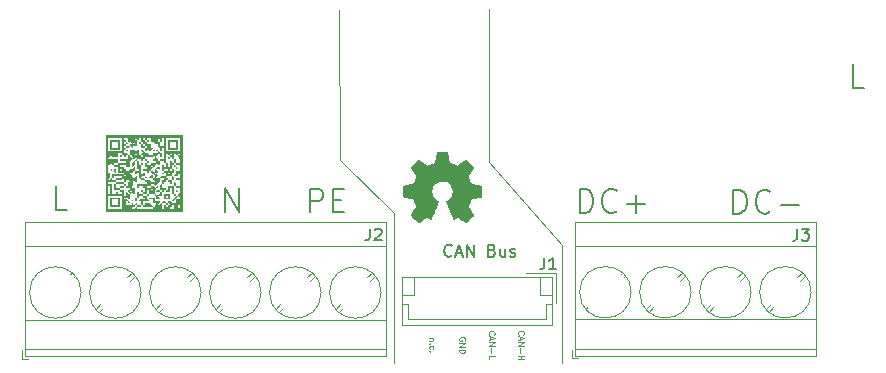
<source format=gbr>
%TF.GenerationSoftware,KiCad,Pcbnew,5.99.0-unknown-r18419-5b078893*%
%TF.CreationDate,2020-05-18T11:47:00+06:00*%
%TF.ProjectId,Flatpack,466c6174-7061-4636-9b2e-6b696361645f,rev?*%
%TF.SameCoordinates,Original*%
%TF.FileFunction,Legend,Top*%
%TF.FilePolarity,Positive*%
%FSLAX46Y46*%
G04 Gerber Fmt 4.6, Leading zero omitted, Abs format (unit mm)*
G04 Created by KiCad (PCBNEW 5.99.0-unknown-r18419-5b078893) date 2020-05-18 11:47:00*
%MOMM*%
%LPD*%
G01*
G04 APERTURE LIST*
%ADD10C,0.150000*%
%ADD11C,0.120000*%
%ADD12C,0.100000*%
%ADD13C,0.010000*%
G04 APERTURE END LIST*
D10*
X137552727Y-100859862D02*
X137505108Y-100907481D01*
X137362251Y-100955100D01*
X137267013Y-100955100D01*
X137124156Y-100907481D01*
X137028918Y-100812243D01*
X136981299Y-100717005D01*
X136933680Y-100526529D01*
X136933680Y-100383672D01*
X136981299Y-100193196D01*
X137028918Y-100097958D01*
X137124156Y-100002720D01*
X137267013Y-99955100D01*
X137362251Y-99955100D01*
X137505108Y-100002720D01*
X137552727Y-100050339D01*
X137933680Y-100669386D02*
X138409870Y-100669386D01*
X137838441Y-100955100D02*
X138171775Y-99955100D01*
X138505108Y-100955100D01*
X138838441Y-100955100D02*
X138838441Y-99955100D01*
X139409870Y-100955100D01*
X139409870Y-99955100D01*
X140981299Y-100431291D02*
X141124156Y-100478910D01*
X141171775Y-100526529D01*
X141219394Y-100621767D01*
X141219394Y-100764624D01*
X141171775Y-100859862D01*
X141124156Y-100907481D01*
X141028918Y-100955100D01*
X140647965Y-100955100D01*
X140647965Y-99955100D01*
X140981299Y-99955100D01*
X141076537Y-100002720D01*
X141124156Y-100050339D01*
X141171775Y-100145577D01*
X141171775Y-100240815D01*
X141124156Y-100336053D01*
X141076537Y-100383672D01*
X140981299Y-100431291D01*
X140647965Y-100431291D01*
X142076537Y-100288434D02*
X142076537Y-100955100D01*
X141647965Y-100288434D02*
X141647965Y-100812243D01*
X141695584Y-100907481D01*
X141790822Y-100955100D01*
X141933680Y-100955100D01*
X142028918Y-100907481D01*
X142076537Y-100859862D01*
X142505108Y-100907481D02*
X142600346Y-100955100D01*
X142790822Y-100955100D01*
X142886060Y-100907481D01*
X142933680Y-100812243D01*
X142933680Y-100764624D01*
X142886060Y-100669386D01*
X142790822Y-100621767D01*
X142647965Y-100621767D01*
X142552727Y-100574148D01*
X142505108Y-100478910D01*
X142505108Y-100431291D01*
X142552727Y-100336053D01*
X142647965Y-100288434D01*
X142790822Y-100288434D01*
X142886060Y-100336053D01*
X172462747Y-86670401D02*
X171510366Y-86670401D01*
X171510366Y-84670401D01*
D11*
X146867880Y-99943920D02*
X146867880Y-109984540D01*
X140723620Y-92986860D02*
X146867880Y-99943920D01*
X140726160Y-80007460D02*
X140723620Y-92986860D01*
X132679440Y-97299780D02*
X132712460Y-110002320D01*
X128092200Y-92791280D02*
X132676900Y-97302320D01*
X128013460Y-80058260D02*
X128079500Y-92778580D01*
D12*
X135997142Y-107873076D02*
X135663809Y-107873076D01*
X135949523Y-107873076D02*
X135973333Y-107896885D01*
X135997142Y-107944504D01*
X135997142Y-108015933D01*
X135973333Y-108063552D01*
X135925714Y-108087361D01*
X135663809Y-108087361D01*
X135711428Y-108325457D02*
X135687619Y-108349266D01*
X135663809Y-108325457D01*
X135687619Y-108301647D01*
X135711428Y-108325457D01*
X135663809Y-108325457D01*
X135687619Y-108777838D02*
X135663809Y-108730219D01*
X135663809Y-108634980D01*
X135687619Y-108587361D01*
X135711428Y-108563552D01*
X135759047Y-108539742D01*
X135901904Y-108539742D01*
X135949523Y-108563552D01*
X135973333Y-108587361D01*
X135997142Y-108634980D01*
X135997142Y-108730219D01*
X135973333Y-108777838D01*
X135711428Y-108992123D02*
X135687619Y-109015933D01*
X135663809Y-108992123D01*
X135687619Y-108968314D01*
X135711428Y-108992123D01*
X135663809Y-108992123D01*
X138680000Y-108071967D02*
X138703809Y-108024348D01*
X138703809Y-107952920D01*
X138680000Y-107881491D01*
X138632380Y-107833872D01*
X138584761Y-107810062D01*
X138489523Y-107786253D01*
X138418095Y-107786253D01*
X138322857Y-107810062D01*
X138275238Y-107833872D01*
X138227619Y-107881491D01*
X138203809Y-107952920D01*
X138203809Y-108000539D01*
X138227619Y-108071967D01*
X138251428Y-108095777D01*
X138418095Y-108095777D01*
X138418095Y-108000539D01*
X138203809Y-108310062D02*
X138703809Y-108310062D01*
X138203809Y-108595777D01*
X138703809Y-108595777D01*
X138203809Y-108833872D02*
X138703809Y-108833872D01*
X138703809Y-108952920D01*
X138680000Y-109024348D01*
X138632380Y-109071967D01*
X138584761Y-109095777D01*
X138489523Y-109119586D01*
X138418095Y-109119586D01*
X138322857Y-109095777D01*
X138275238Y-109071967D01*
X138227619Y-109024348D01*
X138203809Y-108952920D01*
X138203809Y-108833872D01*
X140730468Y-107573866D02*
X140706659Y-107550057D01*
X140682849Y-107478628D01*
X140682849Y-107431009D01*
X140706659Y-107359580D01*
X140754278Y-107311961D01*
X140801897Y-107288152D01*
X140897135Y-107264342D01*
X140968563Y-107264342D01*
X141063801Y-107288152D01*
X141111420Y-107311961D01*
X141159040Y-107359580D01*
X141182849Y-107431009D01*
X141182849Y-107478628D01*
X141159040Y-107550057D01*
X141135230Y-107573866D01*
X140825706Y-107764342D02*
X140825706Y-108002438D01*
X140682849Y-107716723D02*
X141182849Y-107883390D01*
X140682849Y-108050057D01*
X140682849Y-108216723D02*
X141182849Y-108216723D01*
X140682849Y-108502438D01*
X141182849Y-108502438D01*
X140873325Y-108740533D02*
X140873325Y-109121485D01*
X140682849Y-109597676D02*
X140682849Y-109359580D01*
X141182849Y-109359580D01*
X143229828Y-107560062D02*
X143206019Y-107536253D01*
X143182209Y-107464824D01*
X143182209Y-107417205D01*
X143206019Y-107345777D01*
X143253638Y-107298158D01*
X143301257Y-107274348D01*
X143396495Y-107250539D01*
X143467923Y-107250539D01*
X143563161Y-107274348D01*
X143610780Y-107298158D01*
X143658400Y-107345777D01*
X143682209Y-107417205D01*
X143682209Y-107464824D01*
X143658400Y-107536253D01*
X143634590Y-107560062D01*
X143325066Y-107750539D02*
X143325066Y-107988634D01*
X143182209Y-107702920D02*
X143682209Y-107869586D01*
X143182209Y-108036253D01*
X143182209Y-108202920D02*
X143682209Y-108202920D01*
X143182209Y-108488634D01*
X143682209Y-108488634D01*
X143372685Y-108726729D02*
X143372685Y-109107681D01*
X143182209Y-109345777D02*
X143682209Y-109345777D01*
X143444114Y-109345777D02*
X143444114Y-109631491D01*
X143182209Y-109631491D02*
X143682209Y-109631491D01*
D10*
X161398295Y-97313001D02*
X161398295Y-95313001D01*
X161874485Y-95313001D01*
X162160200Y-95408240D01*
X162350676Y-95598716D01*
X162445914Y-95789192D01*
X162541152Y-96170144D01*
X162541152Y-96455859D01*
X162445914Y-96836811D01*
X162350676Y-97027287D01*
X162160200Y-97217763D01*
X161874485Y-97313001D01*
X161398295Y-97313001D01*
X164541152Y-97122525D02*
X164445914Y-97217763D01*
X164160200Y-97313001D01*
X163969723Y-97313001D01*
X163684009Y-97217763D01*
X163493533Y-97027287D01*
X163398295Y-96836811D01*
X163303057Y-96455859D01*
X163303057Y-96170144D01*
X163398295Y-95789192D01*
X163493533Y-95598716D01*
X163684009Y-95408240D01*
X163969723Y-95313001D01*
X164160200Y-95313001D01*
X164445914Y-95408240D01*
X164541152Y-95503478D01*
X165398295Y-96551097D02*
X166922104Y-96551097D01*
X148396035Y-97252041D02*
X148396035Y-95252041D01*
X148872225Y-95252041D01*
X149157940Y-95347280D01*
X149348416Y-95537756D01*
X149443654Y-95728232D01*
X149538892Y-96109184D01*
X149538892Y-96394899D01*
X149443654Y-96775851D01*
X149348416Y-96966327D01*
X149157940Y-97156803D01*
X148872225Y-97252041D01*
X148396035Y-97252041D01*
X151538892Y-97061565D02*
X151443654Y-97156803D01*
X151157940Y-97252041D01*
X150967463Y-97252041D01*
X150681749Y-97156803D01*
X150491273Y-96966327D01*
X150396035Y-96775851D01*
X150300797Y-96394899D01*
X150300797Y-96109184D01*
X150396035Y-95728232D01*
X150491273Y-95537756D01*
X150681749Y-95347280D01*
X150967463Y-95252041D01*
X151157940Y-95252041D01*
X151443654Y-95347280D01*
X151538892Y-95442518D01*
X152396035Y-96490137D02*
X153919844Y-96490137D01*
X153157940Y-97252041D02*
X153157940Y-95728232D01*
X125520628Y-97203781D02*
X125520628Y-95203781D01*
X126282533Y-95203781D01*
X126473009Y-95299020D01*
X126568247Y-95394258D01*
X126663485Y-95584734D01*
X126663485Y-95870448D01*
X126568247Y-96060924D01*
X126473009Y-96156162D01*
X126282533Y-96251400D01*
X125520628Y-96251400D01*
X127520628Y-96156162D02*
X128187295Y-96156162D01*
X128473009Y-97203781D02*
X127520628Y-97203781D01*
X127520628Y-95203781D01*
X128473009Y-95203781D01*
X118379311Y-97183461D02*
X118379311Y-95183461D01*
X119522168Y-97183461D01*
X119522168Y-95183461D01*
X105023207Y-97013281D02*
X104070826Y-97013281D01*
X104070826Y-95013281D01*
%TO.C,J1*%
X145378846Y-101037140D02*
X145378846Y-101751426D01*
X145331227Y-101894283D01*
X145235989Y-101989521D01*
X145093132Y-102037140D01*
X144997894Y-102037140D01*
X146378846Y-102037140D02*
X145807418Y-102037140D01*
X146093132Y-102037140D02*
X146093132Y-101037140D01*
X145997894Y-101179998D01*
X145902656Y-101275236D01*
X145807418Y-101322855D01*
%TO.C,J3*%
X166801206Y-98598740D02*
X166801206Y-99313026D01*
X166753587Y-99455883D01*
X166658349Y-99551121D01*
X166515492Y-99598740D01*
X166420254Y-99598740D01*
X167182159Y-98598740D02*
X167801206Y-98598740D01*
X167467873Y-98979693D01*
X167610730Y-98979693D01*
X167705968Y-99027312D01*
X167753587Y-99074931D01*
X167801206Y-99170169D01*
X167801206Y-99408264D01*
X167753587Y-99503502D01*
X167705968Y-99551121D01*
X167610730Y-99598740D01*
X167325016Y-99598740D01*
X167229778Y-99551121D01*
X167182159Y-99503502D01*
%TO.C,J2*%
X130618906Y-98596200D02*
X130618906Y-99310486D01*
X130571287Y-99453343D01*
X130476049Y-99548581D01*
X130333192Y-99596200D01*
X130237954Y-99596200D01*
X131047478Y-98691439D02*
X131095097Y-98643820D01*
X131190335Y-98596200D01*
X131428430Y-98596200D01*
X131523668Y-98643820D01*
X131571287Y-98691439D01*
X131618906Y-98786677D01*
X131618906Y-98881915D01*
X131571287Y-99024772D01*
X130999859Y-99596200D01*
X131618906Y-99596200D01*
%TO.C,G\u002A\u002A\u002A*%
G36*
X111729482Y-92719481D02*
G01*
X111748554Y-92772371D01*
X111748897Y-92787355D01*
X111762330Y-92849245D01*
X111815220Y-92868317D01*
X111830203Y-92868661D01*
X111892094Y-92882093D01*
X111911166Y-92934983D01*
X111911509Y-92949967D01*
X111898077Y-93011857D01*
X111845187Y-93030929D01*
X111830203Y-93031273D01*
X111768313Y-93017840D01*
X111749240Y-92964950D01*
X111748897Y-92949967D01*
X111735464Y-92888076D01*
X111682574Y-92869004D01*
X111667591Y-92868661D01*
X111605700Y-92855228D01*
X111586628Y-92802338D01*
X111586285Y-92787355D01*
X111599718Y-92725464D01*
X111652608Y-92706392D01*
X111667591Y-92706049D01*
X111729482Y-92719481D01*
G37*
G36*
X111404258Y-93044705D02*
G01*
X111423330Y-93097595D01*
X111423673Y-93112579D01*
X111410240Y-93174469D01*
X111357350Y-93193541D01*
X111342367Y-93193885D01*
X111280476Y-93180452D01*
X111261404Y-93127562D01*
X111261061Y-93112579D01*
X111274494Y-93050688D01*
X111327384Y-93031616D01*
X111342367Y-93031273D01*
X111404258Y-93044705D01*
G37*
G36*
X110916421Y-92719481D02*
G01*
X110935494Y-92772371D01*
X110935837Y-92787355D01*
X110922404Y-92849245D01*
X110869514Y-92868317D01*
X110854531Y-92868661D01*
X110806277Y-92873933D01*
X110782204Y-92900839D01*
X110773995Y-92966013D01*
X110773225Y-93031273D01*
X110770589Y-93127781D01*
X110757136Y-93175927D01*
X110724549Y-93192344D01*
X110691919Y-93193885D01*
X110630028Y-93207317D01*
X110610956Y-93260207D01*
X110610613Y-93275191D01*
X110597180Y-93337081D01*
X110544290Y-93356154D01*
X110529307Y-93356497D01*
X110481052Y-93351225D01*
X110456980Y-93324319D01*
X110448771Y-93259145D01*
X110448001Y-93193885D01*
X110450637Y-93097376D01*
X110464090Y-93049230D01*
X110496677Y-93032813D01*
X110529307Y-93031273D01*
X110591197Y-93017840D01*
X110610269Y-92964950D01*
X110610613Y-92949967D01*
X110624045Y-92888076D01*
X110676935Y-92869004D01*
X110691919Y-92868661D01*
X110753809Y-92855228D01*
X110772881Y-92802338D01*
X110773225Y-92787355D01*
X110786657Y-92725464D01*
X110839547Y-92706392D01*
X110854531Y-92706049D01*
X110916421Y-92719481D01*
G37*
G36*
X112203681Y-94012217D02*
G01*
X112227754Y-94039123D01*
X112235963Y-94104297D01*
X112236733Y-94169557D01*
X112236733Y-94332169D01*
X112074121Y-94332169D01*
X111977613Y-94329533D01*
X111929467Y-94316080D01*
X111913050Y-94283493D01*
X111911509Y-94250863D01*
X111924942Y-94188973D01*
X111977832Y-94169900D01*
X111992815Y-94169557D01*
X112054706Y-94156124D01*
X112073778Y-94103234D01*
X112074121Y-94088251D01*
X112087554Y-94026360D01*
X112140444Y-94007288D01*
X112155427Y-94006945D01*
X112203681Y-94012217D01*
G37*
G36*
X111729482Y-94182990D02*
G01*
X111748554Y-94235880D01*
X111748897Y-94250863D01*
X111735464Y-94312754D01*
X111682574Y-94331826D01*
X111667591Y-94332169D01*
X111605700Y-94318737D01*
X111586628Y-94265847D01*
X111586285Y-94250863D01*
X111599718Y-94188973D01*
X111652608Y-94169900D01*
X111667591Y-94169557D01*
X111729482Y-94182990D01*
G37*
G36*
X112705154Y-94996050D02*
G01*
X112724226Y-95048940D01*
X112724569Y-95063923D01*
X112711137Y-95125814D01*
X112658247Y-95144886D01*
X112643263Y-95145229D01*
X112581373Y-95131797D01*
X112562301Y-95078907D01*
X112561957Y-95063923D01*
X112575390Y-95002033D01*
X112628280Y-94982961D01*
X112643263Y-94982617D01*
X112705154Y-94996050D01*
G37*
G36*
X112821078Y-95310477D02*
G01*
X112869224Y-95323930D01*
X112885641Y-95356517D01*
X112887181Y-95389147D01*
X112881909Y-95437402D01*
X112855003Y-95461475D01*
X112789829Y-95469683D01*
X112724569Y-95470453D01*
X112628061Y-95467817D01*
X112579915Y-95454364D01*
X112563498Y-95421777D01*
X112561957Y-95389147D01*
X112567229Y-95340893D01*
X112594135Y-95316820D01*
X112659309Y-95308612D01*
X112724569Y-95307841D01*
X112821078Y-95310477D01*
G37*
G36*
X114350690Y-91079928D02*
G01*
X114350690Y-91892989D01*
X113537629Y-91892989D01*
X113537629Y-91242540D01*
X113700241Y-91242540D01*
X113700241Y-91730377D01*
X114188078Y-91730377D01*
X114188078Y-91242540D01*
X113700241Y-91242540D01*
X113537629Y-91242540D01*
X113537629Y-91079928D01*
X114350690Y-91079928D01*
G37*
G36*
X109472329Y-91079928D02*
G01*
X109472329Y-91892989D01*
X108659268Y-91892989D01*
X108659268Y-91242540D01*
X108821880Y-91242540D01*
X108821880Y-91730377D01*
X109309717Y-91730377D01*
X109309717Y-91242540D01*
X108821880Y-91242540D01*
X108659268Y-91242540D01*
X108659268Y-91079928D01*
X109472329Y-91079928D01*
G37*
G36*
X111892094Y-91093361D02*
G01*
X111911166Y-91146251D01*
X111911509Y-91161234D01*
X111898077Y-91223125D01*
X111845187Y-91242197D01*
X111830203Y-91242540D01*
X111768313Y-91229108D01*
X111749240Y-91176218D01*
X111748897Y-91161234D01*
X111762330Y-91099344D01*
X111815220Y-91080272D01*
X111830203Y-91079928D01*
X111892094Y-91093361D01*
G37*
G36*
X110103361Y-91255973D02*
G01*
X110122433Y-91308863D01*
X110122777Y-91323846D01*
X110109344Y-91385737D01*
X110056454Y-91404809D01*
X110041471Y-91405152D01*
X109979580Y-91391720D01*
X109960508Y-91338830D01*
X109960165Y-91323846D01*
X109973597Y-91261956D01*
X110026487Y-91242884D01*
X110041471Y-91242540D01*
X110103361Y-91255973D01*
G37*
G36*
X111241645Y-91255973D02*
G01*
X111260718Y-91308863D01*
X111261061Y-91323846D01*
X111274494Y-91385737D01*
X111327384Y-91404809D01*
X111342367Y-91405152D01*
X111404258Y-91418585D01*
X111423330Y-91471475D01*
X111423673Y-91486458D01*
X111437106Y-91548349D01*
X111489996Y-91567421D01*
X111504979Y-91567764D01*
X111566870Y-91581197D01*
X111585942Y-91634087D01*
X111586285Y-91649071D01*
X111581013Y-91697325D01*
X111554107Y-91721398D01*
X111488933Y-91729606D01*
X111423673Y-91730377D01*
X111261061Y-91730377D01*
X111261061Y-91567764D01*
X111258425Y-91471256D01*
X111244972Y-91423110D01*
X111212385Y-91406693D01*
X111179755Y-91405152D01*
X111117864Y-91391720D01*
X111098792Y-91338830D01*
X111098449Y-91323846D01*
X111111881Y-91261956D01*
X111164772Y-91242884D01*
X111179755Y-91242540D01*
X111241645Y-91255973D01*
G37*
G36*
X110219285Y-91570401D02*
G01*
X110267431Y-91583854D01*
X110283848Y-91616440D01*
X110285389Y-91649071D01*
X110280117Y-91697325D01*
X110253211Y-91721398D01*
X110188037Y-91729606D01*
X110122777Y-91730377D01*
X110026268Y-91727740D01*
X109978122Y-91714287D01*
X109961705Y-91681701D01*
X109960165Y-91649071D01*
X109965437Y-91600816D01*
X109992343Y-91576743D01*
X110057517Y-91568535D01*
X110122777Y-91567764D01*
X110219285Y-91570401D01*
G37*
G36*
X112379930Y-91906421D02*
G01*
X112399002Y-91959311D01*
X112399345Y-91974295D01*
X112385913Y-92036185D01*
X112333023Y-92055257D01*
X112318039Y-92055601D01*
X112256149Y-92042168D01*
X112237077Y-91989278D01*
X112236733Y-91974295D01*
X112250166Y-91912404D01*
X112303056Y-91893332D01*
X112318039Y-91892989D01*
X112379930Y-91906421D01*
G37*
G36*
X110103361Y-91906421D02*
G01*
X110122433Y-91959311D01*
X110122777Y-91974295D01*
X110109344Y-92036185D01*
X110056454Y-92055257D01*
X110041471Y-92055601D01*
X109979580Y-92042168D01*
X109960508Y-91989278D01*
X109960165Y-91974295D01*
X109973597Y-91912404D01*
X110026487Y-91893332D01*
X110041471Y-91892989D01*
X110103361Y-91906421D01*
G37*
G36*
X109615525Y-92394257D02*
G01*
X109634597Y-92447147D01*
X109634941Y-92462131D01*
X109621508Y-92524021D01*
X109568618Y-92543093D01*
X109553635Y-92543437D01*
X109491744Y-92530004D01*
X109472672Y-92477114D01*
X109472329Y-92462131D01*
X109485761Y-92400240D01*
X109538651Y-92381168D01*
X109553635Y-92380825D01*
X109615525Y-92394257D01*
G37*
G36*
X113680826Y-92556869D02*
G01*
X113699898Y-92609759D01*
X113700241Y-92624743D01*
X113686809Y-92686633D01*
X113633919Y-92705705D01*
X113618935Y-92706049D01*
X113557045Y-92692616D01*
X113537973Y-92639726D01*
X113537629Y-92624743D01*
X113551062Y-92562852D01*
X113603952Y-92543780D01*
X113618935Y-92543437D01*
X113680826Y-92556869D01*
G37*
G36*
X108802465Y-93532541D02*
G01*
X108821537Y-93585432D01*
X108821880Y-93600415D01*
X108808448Y-93662305D01*
X108755558Y-93681378D01*
X108740574Y-93681721D01*
X108678684Y-93668288D01*
X108659612Y-93615398D01*
X108659268Y-93600415D01*
X108672701Y-93538524D01*
X108725591Y-93519452D01*
X108740574Y-93519109D01*
X108802465Y-93532541D01*
G37*
G36*
X109114053Y-93524381D02*
G01*
X109138126Y-93551287D01*
X109146334Y-93616461D01*
X109147104Y-93681721D01*
X109144468Y-93778230D01*
X109131015Y-93826375D01*
X109098428Y-93842793D01*
X109065798Y-93844333D01*
X109017544Y-93839061D01*
X108993471Y-93812155D01*
X108985263Y-93746981D01*
X108984492Y-93681721D01*
X108987129Y-93585212D01*
X109000582Y-93537066D01*
X109033168Y-93520649D01*
X109065798Y-93519109D01*
X109114053Y-93524381D01*
G37*
G36*
X114331274Y-95321274D02*
G01*
X114350346Y-95374164D01*
X114350690Y-95389147D01*
X114337257Y-95451038D01*
X114284367Y-95470110D01*
X114269384Y-95470453D01*
X114207493Y-95457021D01*
X114188421Y-95404131D01*
X114188078Y-95389147D01*
X114201510Y-95327257D01*
X114254400Y-95308185D01*
X114269384Y-95307841D01*
X114331274Y-95321274D01*
G37*
G36*
X113700241Y-95633065D02*
G01*
X113700241Y-96120901D01*
X113212405Y-96120901D01*
X113212405Y-95876983D01*
X113375017Y-95876983D01*
X113388450Y-95938874D01*
X113441340Y-95957946D01*
X113456323Y-95958289D01*
X113518214Y-95944857D01*
X113537286Y-95891967D01*
X113537629Y-95876983D01*
X113524197Y-95815093D01*
X113471307Y-95796021D01*
X113456323Y-95795677D01*
X113394433Y-95809110D01*
X113375361Y-95862000D01*
X113375017Y-95876983D01*
X113212405Y-95876983D01*
X113212405Y-95633065D01*
X113700241Y-95633065D01*
G37*
G36*
X110591197Y-96134334D02*
G01*
X110610269Y-96187224D01*
X110610613Y-96202208D01*
X110597180Y-96264098D01*
X110544290Y-96283170D01*
X110529307Y-96283514D01*
X110467416Y-96270081D01*
X110448344Y-96217191D01*
X110448001Y-96202208D01*
X110461433Y-96140317D01*
X110514323Y-96121245D01*
X110529307Y-96120901D01*
X110591197Y-96134334D01*
G37*
G36*
X110265973Y-96296946D02*
G01*
X110285045Y-96349836D01*
X110285389Y-96364820D01*
X110271956Y-96426710D01*
X110219066Y-96445782D01*
X110204083Y-96446126D01*
X110142192Y-96432693D01*
X110123120Y-96379803D01*
X110122777Y-96364820D01*
X110136209Y-96302929D01*
X110189099Y-96283857D01*
X110204083Y-96283514D01*
X110265973Y-96296946D01*
G37*
G36*
X113308914Y-96286150D02*
G01*
X113357060Y-96299603D01*
X113373477Y-96332190D01*
X113375017Y-96364820D01*
X113388450Y-96426710D01*
X113441340Y-96445782D01*
X113456323Y-96446126D01*
X113518214Y-96459558D01*
X113537286Y-96512448D01*
X113537629Y-96527432D01*
X113524197Y-96589322D01*
X113471307Y-96608394D01*
X113456323Y-96608738D01*
X113394433Y-96595305D01*
X113375361Y-96542415D01*
X113375017Y-96527432D01*
X113369745Y-96479177D01*
X113342839Y-96455104D01*
X113277665Y-96446896D01*
X113212405Y-96446126D01*
X113115897Y-96443489D01*
X113067751Y-96430036D01*
X113051334Y-96397450D01*
X113049793Y-96364820D01*
X113055066Y-96316565D01*
X113081972Y-96292492D01*
X113147145Y-96284284D01*
X113212405Y-96283514D01*
X113308914Y-96286150D01*
G37*
G36*
X114155026Y-94662665D02*
G01*
X114179099Y-94689571D01*
X114187307Y-94754745D01*
X114188078Y-94820005D01*
X114185441Y-94916514D01*
X114171989Y-94964660D01*
X114139402Y-94981077D01*
X114106772Y-94982617D01*
X114025466Y-94982617D01*
X114025466Y-94820005D01*
X114028102Y-94723497D01*
X114041555Y-94675351D01*
X114074142Y-94658934D01*
X114106772Y-94657393D01*
X114155026Y-94662665D01*
G37*
G36*
X112908475Y-94185266D02*
G01*
X112955643Y-94173571D01*
X113045427Y-94169856D01*
X113131099Y-94169557D01*
X113375017Y-94169557D01*
X113375017Y-94006945D01*
X113372797Y-93925639D01*
X113537629Y-93925639D01*
X113551062Y-93987530D01*
X113603952Y-94006602D01*
X113618935Y-94006945D01*
X113680826Y-93993512D01*
X113699898Y-93940622D01*
X113700241Y-93925639D01*
X113686809Y-93863748D01*
X113633919Y-93844676D01*
X113618935Y-93844333D01*
X113557045Y-93857766D01*
X113537973Y-93910656D01*
X113537629Y-93925639D01*
X113372797Y-93925639D01*
X113372381Y-93910436D01*
X113358928Y-93862291D01*
X113326341Y-93845873D01*
X113293711Y-93844333D01*
X113231821Y-93857766D01*
X113212749Y-93910656D01*
X113212405Y-93925639D01*
X113198973Y-93987530D01*
X113146083Y-94006602D01*
X113131099Y-94006945D01*
X113069209Y-93993512D01*
X113050137Y-93940622D01*
X113049793Y-93925639D01*
X113063226Y-93863748D01*
X113116116Y-93844676D01*
X113131099Y-93844333D01*
X113192990Y-93830900D01*
X113212062Y-93778010D01*
X113212405Y-93763027D01*
X113198973Y-93701136D01*
X113146083Y-93682064D01*
X113131099Y-93681721D01*
X113089744Y-93678681D01*
X113065502Y-93660428D01*
X113053807Y-93613259D01*
X113053276Y-93600415D01*
X113212405Y-93600415D01*
X113217678Y-93648669D01*
X113244584Y-93672742D01*
X113309757Y-93680951D01*
X113375017Y-93681721D01*
X113471526Y-93679085D01*
X113519672Y-93665632D01*
X113536089Y-93633045D01*
X113537629Y-93600415D01*
X113700241Y-93600415D01*
X113713674Y-93662305D01*
X113766564Y-93681378D01*
X113781548Y-93681721D01*
X113843438Y-93668288D01*
X113862510Y-93615398D01*
X113862854Y-93600415D01*
X113849421Y-93538524D01*
X113796531Y-93519452D01*
X113781548Y-93519109D01*
X113719657Y-93532541D01*
X113700585Y-93585432D01*
X113700241Y-93600415D01*
X113537629Y-93600415D01*
X113532357Y-93552161D01*
X113505451Y-93528088D01*
X113440277Y-93519879D01*
X113375017Y-93519109D01*
X113278509Y-93521745D01*
X113230363Y-93535198D01*
X113213946Y-93567785D01*
X113212405Y-93600415D01*
X113053276Y-93600415D01*
X113050092Y-93523475D01*
X113049793Y-93437803D01*
X113050807Y-93313736D01*
X113056891Y-93241011D01*
X113072614Y-93205926D01*
X113102542Y-93194782D01*
X113131099Y-93193885D01*
X113192990Y-93207317D01*
X113212062Y-93260207D01*
X113212405Y-93275191D01*
X113225838Y-93337081D01*
X113278728Y-93356154D01*
X113293711Y-93356497D01*
X113341966Y-93351225D01*
X113366039Y-93324319D01*
X113374247Y-93259145D01*
X113375017Y-93193885D01*
X113377654Y-93097376D01*
X113391107Y-93049230D01*
X113423693Y-93032813D01*
X113456323Y-93031273D01*
X113504578Y-93036545D01*
X113528651Y-93063451D01*
X113536859Y-93128625D01*
X113537629Y-93193885D01*
X113540266Y-93290393D01*
X113553719Y-93338539D01*
X113586305Y-93354956D01*
X113618935Y-93356497D01*
X113660291Y-93353457D01*
X113684533Y-93335204D01*
X113696228Y-93288035D01*
X113699943Y-93198251D01*
X113700241Y-93112579D01*
X113701255Y-92988512D01*
X113707339Y-92915787D01*
X113723062Y-92880702D01*
X113752990Y-92869557D01*
X113781548Y-92868661D01*
X113843438Y-92882093D01*
X113862510Y-92934983D01*
X113862854Y-92949967D01*
X113876286Y-93011857D01*
X113929176Y-93030929D01*
X113944160Y-93031273D01*
X113992414Y-93026001D01*
X114016487Y-92999095D01*
X114024695Y-92933921D01*
X114025466Y-92868661D01*
X114028102Y-92772152D01*
X114041555Y-92724006D01*
X114074142Y-92707589D01*
X114106772Y-92706049D01*
X114155026Y-92711321D01*
X114179099Y-92738227D01*
X114187307Y-92803401D01*
X114188078Y-92868661D01*
X114185441Y-92965169D01*
X114171989Y-93013315D01*
X114139402Y-93029732D01*
X114106772Y-93031273D01*
X114044881Y-93044705D01*
X114025809Y-93097595D01*
X114025466Y-93112579D01*
X114038898Y-93174469D01*
X114091788Y-93193541D01*
X114106772Y-93193885D01*
X114168662Y-93207317D01*
X114187734Y-93260207D01*
X114188078Y-93275191D01*
X114201510Y-93337081D01*
X114254400Y-93356154D01*
X114269384Y-93356497D01*
X114331274Y-93369929D01*
X114350346Y-93422819D01*
X114350690Y-93437803D01*
X114337257Y-93499693D01*
X114284367Y-93518766D01*
X114269384Y-93519109D01*
X114207493Y-93505676D01*
X114188421Y-93452786D01*
X114188078Y-93437803D01*
X114174645Y-93375912D01*
X114121755Y-93356840D01*
X114106772Y-93356497D01*
X114044881Y-93343064D01*
X114025809Y-93290174D01*
X114025466Y-93275191D01*
X114012033Y-93213300D01*
X113959143Y-93194228D01*
X113944160Y-93193885D01*
X113895905Y-93199157D01*
X113871832Y-93226063D01*
X113863624Y-93291237D01*
X113862854Y-93356497D01*
X113865490Y-93453005D01*
X113878943Y-93501151D01*
X113911530Y-93517569D01*
X113944160Y-93519109D01*
X113992414Y-93524381D01*
X114016487Y-93551287D01*
X114024695Y-93616461D01*
X114025466Y-93681721D01*
X114022829Y-93778230D01*
X114009376Y-93826375D01*
X113976790Y-93842793D01*
X113944160Y-93844333D01*
X113895905Y-93849605D01*
X113871832Y-93876511D01*
X113863624Y-93941685D01*
X113862854Y-94006945D01*
X113865490Y-94103454D01*
X113878943Y-94151600D01*
X113911530Y-94168017D01*
X113944160Y-94169557D01*
X113992414Y-94174829D01*
X114016487Y-94201735D01*
X114024695Y-94266909D01*
X114025466Y-94332169D01*
X114022829Y-94428678D01*
X114009376Y-94476824D01*
X113976790Y-94493241D01*
X113944160Y-94494781D01*
X113895905Y-94500053D01*
X113871832Y-94526959D01*
X113863624Y-94592133D01*
X113862854Y-94657393D01*
X113860217Y-94753902D01*
X113846764Y-94802048D01*
X113814178Y-94818465D01*
X113781548Y-94820005D01*
X113719657Y-94806573D01*
X113700585Y-94753683D01*
X113700241Y-94738699D01*
X113686809Y-94676809D01*
X113633919Y-94657737D01*
X113618935Y-94657393D01*
X113557045Y-94643961D01*
X113537973Y-94591071D01*
X113537629Y-94576087D01*
X113524197Y-94514197D01*
X113471307Y-94495125D01*
X113456323Y-94494781D01*
X113394433Y-94508214D01*
X113375361Y-94561104D01*
X113375017Y-94576087D01*
X113361585Y-94637978D01*
X113308695Y-94657050D01*
X113293711Y-94657393D01*
X113231821Y-94670826D01*
X113212749Y-94723716D01*
X113212405Y-94738699D01*
X113198973Y-94800590D01*
X113146083Y-94819662D01*
X113131099Y-94820005D01*
X113082845Y-94825277D01*
X113058772Y-94852183D01*
X113050564Y-94917357D01*
X113049793Y-94982617D01*
X113049793Y-95145229D01*
X113212405Y-95145229D01*
X113308914Y-95147865D01*
X113357060Y-95161318D01*
X113373477Y-95193905D01*
X113375017Y-95226535D01*
X113388450Y-95288426D01*
X113441340Y-95307498D01*
X113456323Y-95307841D01*
X113504578Y-95302569D01*
X113528651Y-95275663D01*
X113536859Y-95210489D01*
X113537629Y-95145229D01*
X113537629Y-94982617D01*
X114025466Y-94982617D01*
X114025466Y-95633065D01*
X114106772Y-95633065D01*
X114168662Y-95646498D01*
X114187734Y-95699388D01*
X114188078Y-95714371D01*
X114201510Y-95776262D01*
X114254400Y-95795334D01*
X114269384Y-95795677D01*
X114331274Y-95809110D01*
X114350346Y-95862000D01*
X114350690Y-95876983D01*
X114337257Y-95938874D01*
X114284367Y-95957946D01*
X114269384Y-95958289D01*
X114207493Y-95971722D01*
X114188421Y-96024612D01*
X114188078Y-96039595D01*
X114174645Y-96101486D01*
X114121755Y-96120558D01*
X114106772Y-96120901D01*
X114044881Y-96134334D01*
X114025809Y-96187224D01*
X114025466Y-96202208D01*
X114012033Y-96264098D01*
X113959143Y-96283170D01*
X113944160Y-96283514D01*
X113882269Y-96270081D01*
X113863197Y-96217191D01*
X113862854Y-96202208D01*
X113876286Y-96140317D01*
X113929176Y-96121245D01*
X113944160Y-96120901D01*
X114006050Y-96107469D01*
X114025122Y-96054579D01*
X114025466Y-96039595D01*
X114038898Y-95977705D01*
X114091788Y-95958633D01*
X114106772Y-95958289D01*
X114168662Y-95944857D01*
X114187734Y-95891967D01*
X114188078Y-95876983D01*
X114174645Y-95815093D01*
X114121755Y-95796021D01*
X114106772Y-95795677D01*
X114044881Y-95782245D01*
X114025809Y-95729355D01*
X114025466Y-95714371D01*
X114012033Y-95652481D01*
X113959143Y-95633409D01*
X113944160Y-95633065D01*
X113902804Y-95630026D01*
X113878562Y-95611772D01*
X113866867Y-95564604D01*
X113863152Y-95474820D01*
X113862854Y-95389147D01*
X113861840Y-95265080D01*
X113855756Y-95192355D01*
X113840033Y-95157271D01*
X113810105Y-95146126D01*
X113781548Y-95145229D01*
X113733293Y-95150501D01*
X113709220Y-95177407D01*
X113701012Y-95242581D01*
X113700241Y-95307841D01*
X113700241Y-95470453D01*
X113537629Y-95470453D01*
X113441121Y-95467817D01*
X113392975Y-95454364D01*
X113376558Y-95421777D01*
X113375017Y-95389147D01*
X113361585Y-95327257D01*
X113308695Y-95308185D01*
X113293711Y-95307841D01*
X113231821Y-95321274D01*
X113212749Y-95374164D01*
X113212405Y-95389147D01*
X113198973Y-95451038D01*
X113146083Y-95470110D01*
X113131099Y-95470453D01*
X113082845Y-95475726D01*
X113058772Y-95502632D01*
X113050564Y-95567805D01*
X113049793Y-95633065D01*
X113049793Y-95795677D01*
X112887181Y-95795677D01*
X112790673Y-95798314D01*
X112742527Y-95811767D01*
X112726110Y-95844353D01*
X112724569Y-95876983D01*
X112738002Y-95938874D01*
X112790892Y-95957946D01*
X112805875Y-95958289D01*
X112867766Y-95971722D01*
X112886838Y-96024612D01*
X112887181Y-96039595D01*
X112881909Y-96087850D01*
X112855003Y-96111923D01*
X112789829Y-96120131D01*
X112724569Y-96120901D01*
X112561957Y-96120901D01*
X112561957Y-95958289D01*
X112559321Y-95861781D01*
X112545868Y-95813635D01*
X112513281Y-95797218D01*
X112480651Y-95795677D01*
X112418761Y-95782245D01*
X112399689Y-95729355D01*
X112399345Y-95714371D01*
X112396305Y-95673016D01*
X112378052Y-95648774D01*
X112330884Y-95637079D01*
X112241099Y-95633364D01*
X112155427Y-95633065D01*
X112031360Y-95634079D01*
X111958635Y-95640163D01*
X111923551Y-95655886D01*
X111912406Y-95685814D01*
X111911509Y-95714371D01*
X111898077Y-95776262D01*
X111845187Y-95795334D01*
X111830203Y-95795677D01*
X111781949Y-95800950D01*
X111757876Y-95827856D01*
X111749667Y-95893029D01*
X111748897Y-95958289D01*
X111751533Y-96054798D01*
X111764986Y-96102944D01*
X111797573Y-96119361D01*
X111830203Y-96120901D01*
X111892094Y-96134334D01*
X111911166Y-96187224D01*
X111911509Y-96202208D01*
X111908469Y-96243563D01*
X111890216Y-96267805D01*
X111843047Y-96279500D01*
X111753263Y-96283215D01*
X111667591Y-96283514D01*
X111423673Y-96283514D01*
X111423673Y-96446126D01*
X111426309Y-96542634D01*
X111439762Y-96590780D01*
X111472349Y-96607197D01*
X111504979Y-96608738D01*
X111566870Y-96595305D01*
X111585942Y-96542415D01*
X111586285Y-96527432D01*
X111589325Y-96486076D01*
X111607578Y-96461834D01*
X111654747Y-96450139D01*
X111744531Y-96446424D01*
X111830203Y-96446126D01*
X111954270Y-96447139D01*
X112026995Y-96453223D01*
X112062080Y-96468946D01*
X112073224Y-96498874D01*
X112074121Y-96527432D01*
X112087554Y-96589322D01*
X112140444Y-96608394D01*
X112155427Y-96608738D01*
X112217318Y-96622170D01*
X112236390Y-96675060D01*
X112236733Y-96690044D01*
X112236733Y-96771350D01*
X111423673Y-96771350D01*
X111423673Y-96690044D01*
X111410240Y-96628153D01*
X111357350Y-96609081D01*
X111342367Y-96608738D01*
X111280476Y-96622170D01*
X111261404Y-96675060D01*
X111261061Y-96690044D01*
X111255789Y-96738298D01*
X111228883Y-96762371D01*
X111163709Y-96770579D01*
X111098449Y-96771350D01*
X111001940Y-96768714D01*
X110953794Y-96755261D01*
X110937377Y-96722674D01*
X110935837Y-96690044D01*
X110922404Y-96628153D01*
X110869514Y-96609081D01*
X110854531Y-96608738D01*
X110792640Y-96595305D01*
X110773568Y-96542415D01*
X110773225Y-96527432D01*
X110786657Y-96465541D01*
X110839547Y-96446469D01*
X110854531Y-96446126D01*
X110916421Y-96459558D01*
X110935494Y-96512448D01*
X110935837Y-96527432D01*
X110941109Y-96575686D01*
X110968015Y-96599759D01*
X111033189Y-96607967D01*
X111098449Y-96608738D01*
X111261061Y-96608738D01*
X111261061Y-96446126D01*
X111258425Y-96349617D01*
X111244972Y-96301471D01*
X111212385Y-96285054D01*
X111179755Y-96283514D01*
X111117864Y-96270081D01*
X111098792Y-96217191D01*
X111098449Y-96202208D01*
X111101489Y-96160852D01*
X111119742Y-96136610D01*
X111166911Y-96124915D01*
X111256695Y-96121200D01*
X111342367Y-96120901D01*
X111466434Y-96119888D01*
X111539159Y-96113804D01*
X111574244Y-96098081D01*
X111585388Y-96068153D01*
X111586285Y-96039595D01*
X111572852Y-95977705D01*
X111519962Y-95958633D01*
X111504979Y-95958289D01*
X111443088Y-95944857D01*
X111424016Y-95891967D01*
X111423673Y-95876983D01*
X111418401Y-95828729D01*
X111391495Y-95804656D01*
X111326321Y-95796448D01*
X111261061Y-95795677D01*
X111164552Y-95798314D01*
X111116406Y-95811767D01*
X111099989Y-95844353D01*
X111098449Y-95876983D01*
X111085016Y-95938874D01*
X111032126Y-95957946D01*
X111017143Y-95958289D01*
X110968889Y-95963562D01*
X110944816Y-95990468D01*
X110936607Y-96055641D01*
X110935837Y-96120901D01*
X110933201Y-96217410D01*
X110919748Y-96265556D01*
X110887161Y-96281973D01*
X110854531Y-96283514D01*
X110806277Y-96278241D01*
X110782204Y-96251335D01*
X110773995Y-96186162D01*
X110773225Y-96120901D01*
X110775861Y-96024393D01*
X110789314Y-95976247D01*
X110821901Y-95959830D01*
X110854531Y-95958289D01*
X110895887Y-95955250D01*
X110920128Y-95936996D01*
X110931823Y-95889828D01*
X110935538Y-95800044D01*
X110935837Y-95714371D01*
X111423673Y-95714371D01*
X111428945Y-95762626D01*
X111455851Y-95786699D01*
X111521025Y-95794907D01*
X111586285Y-95795677D01*
X111682794Y-95793041D01*
X111730940Y-95779588D01*
X111747357Y-95747001D01*
X111748897Y-95714371D01*
X111762330Y-95652481D01*
X111815220Y-95633409D01*
X111830203Y-95633065D01*
X111878457Y-95627793D01*
X111902530Y-95600887D01*
X111910739Y-95535713D01*
X111911509Y-95470453D01*
X111908873Y-95373945D01*
X111895420Y-95325799D01*
X111862833Y-95309382D01*
X111830203Y-95307841D01*
X111781949Y-95313114D01*
X111757876Y-95340020D01*
X111749667Y-95405193D01*
X111748897Y-95470453D01*
X111748897Y-95633065D01*
X111586285Y-95633065D01*
X111489776Y-95635701D01*
X111441631Y-95649154D01*
X111425213Y-95681741D01*
X111423673Y-95714371D01*
X110935837Y-95714371D01*
X110936850Y-95590304D01*
X110942935Y-95517579D01*
X110958657Y-95482495D01*
X110988585Y-95471350D01*
X111017143Y-95470453D01*
X111079033Y-95483886D01*
X111098106Y-95536776D01*
X111098449Y-95551759D01*
X111103721Y-95600014D01*
X111130627Y-95624087D01*
X111195801Y-95632295D01*
X111261061Y-95633065D01*
X111357570Y-95630429D01*
X111405715Y-95616976D01*
X111422133Y-95584389D01*
X111423673Y-95551759D01*
X111410240Y-95489869D01*
X111357350Y-95470797D01*
X111342367Y-95470453D01*
X111280476Y-95457021D01*
X111261404Y-95404131D01*
X111261061Y-95389147D01*
X111274494Y-95327257D01*
X111327384Y-95308185D01*
X111342367Y-95307841D01*
X111404258Y-95321274D01*
X111423330Y-95374164D01*
X111423673Y-95389147D01*
X111437106Y-95451038D01*
X111489996Y-95470110D01*
X111504979Y-95470453D01*
X111553233Y-95465181D01*
X111577306Y-95438275D01*
X111585515Y-95373101D01*
X111586285Y-95307841D01*
X111583649Y-95211333D01*
X111570196Y-95163187D01*
X111537609Y-95146770D01*
X111504979Y-95145229D01*
X111443088Y-95131797D01*
X111424016Y-95078907D01*
X111423673Y-95063923D01*
X111748897Y-95063923D01*
X111754169Y-95112178D01*
X111781075Y-95136250D01*
X111846249Y-95144459D01*
X111911509Y-95145229D01*
X112008018Y-95147865D01*
X112056164Y-95161318D01*
X112072581Y-95193905D01*
X112074121Y-95226535D01*
X112087554Y-95288426D01*
X112140444Y-95307498D01*
X112155427Y-95307841D01*
X112217318Y-95294409D01*
X112236390Y-95241519D01*
X112236733Y-95226535D01*
X112223301Y-95164645D01*
X112170411Y-95145573D01*
X112155427Y-95145229D01*
X112093537Y-95131797D01*
X112074465Y-95078907D01*
X112074121Y-95063923D01*
X112079393Y-95015669D01*
X112106299Y-94991596D01*
X112171473Y-94983387D01*
X112236733Y-94982617D01*
X112333242Y-94985253D01*
X112381388Y-94998706D01*
X112397805Y-95031293D01*
X112399345Y-95063923D01*
X112412778Y-95125814D01*
X112465668Y-95144886D01*
X112480651Y-95145229D01*
X112542542Y-95158662D01*
X112561614Y-95211552D01*
X112561957Y-95226535D01*
X112548525Y-95288426D01*
X112495635Y-95307498D01*
X112480651Y-95307841D01*
X112432397Y-95313114D01*
X112408324Y-95340020D01*
X112400115Y-95405193D01*
X112399345Y-95470453D01*
X112401981Y-95566962D01*
X112415434Y-95615108D01*
X112448021Y-95631525D01*
X112480651Y-95633065D01*
X112542542Y-95646498D01*
X112561614Y-95699388D01*
X112561957Y-95714371D01*
X112575390Y-95776262D01*
X112628280Y-95795334D01*
X112643263Y-95795677D01*
X112705154Y-95782245D01*
X112724226Y-95729355D01*
X112724569Y-95714371D01*
X112738002Y-95652481D01*
X112790892Y-95633409D01*
X112805875Y-95633065D01*
X112867766Y-95619633D01*
X112886838Y-95566743D01*
X112887181Y-95551759D01*
X112900614Y-95489869D01*
X112953504Y-95470797D01*
X112968487Y-95470453D01*
X113030378Y-95457021D01*
X113049450Y-95404131D01*
X113049793Y-95389147D01*
X113036361Y-95327257D01*
X112983471Y-95308185D01*
X112968487Y-95307841D01*
X112927132Y-95304801D01*
X112902890Y-95286548D01*
X112891195Y-95239380D01*
X112887480Y-95149595D01*
X112887181Y-95063923D01*
X112888195Y-94939856D01*
X112894279Y-94867131D01*
X112910002Y-94832047D01*
X112939930Y-94820902D01*
X112968487Y-94820005D01*
X113016742Y-94814733D01*
X113040815Y-94787827D01*
X113049023Y-94722653D01*
X113049793Y-94657393D01*
X113052429Y-94560885D01*
X113065882Y-94512739D01*
X113098469Y-94496322D01*
X113131099Y-94494781D01*
X113192990Y-94481349D01*
X113212062Y-94428459D01*
X113212405Y-94413475D01*
X113207133Y-94365221D01*
X113180227Y-94341148D01*
X113115053Y-94332939D01*
X113049793Y-94332169D01*
X112887181Y-94332169D01*
X112887181Y-94494781D01*
X112884545Y-94591290D01*
X112871092Y-94639436D01*
X112838505Y-94655853D01*
X112805875Y-94657393D01*
X112743985Y-94670826D01*
X112724913Y-94723716D01*
X112724569Y-94738699D01*
X112711137Y-94800590D01*
X112658247Y-94819662D01*
X112643263Y-94820005D01*
X112581373Y-94833438D01*
X112562301Y-94886328D01*
X112561957Y-94901311D01*
X112548525Y-94963202D01*
X112495635Y-94982274D01*
X112480651Y-94982617D01*
X112418761Y-94969185D01*
X112399689Y-94916295D01*
X112399345Y-94901311D01*
X112394073Y-94853057D01*
X112367167Y-94828984D01*
X112301993Y-94820775D01*
X112236733Y-94820005D01*
X112140225Y-94822641D01*
X112092079Y-94836094D01*
X112075662Y-94868681D01*
X112074121Y-94901311D01*
X112068849Y-94949566D01*
X112041943Y-94973638D01*
X111976769Y-94981847D01*
X111911509Y-94982617D01*
X111815001Y-94985253D01*
X111766855Y-94998706D01*
X111750437Y-95031293D01*
X111748897Y-95063923D01*
X111423673Y-95063923D01*
X111418401Y-95015669D01*
X111391495Y-94991596D01*
X111326321Y-94983387D01*
X111261061Y-94982617D01*
X111164552Y-94985253D01*
X111116406Y-94998706D01*
X111099989Y-95031293D01*
X111098449Y-95063923D01*
X111085016Y-95125814D01*
X111032126Y-95144886D01*
X111017143Y-95145229D01*
X110968889Y-95139957D01*
X110944816Y-95113051D01*
X110936607Y-95047877D01*
X110935837Y-94982617D01*
X110935837Y-94820005D01*
X111748897Y-94820005D01*
X111748897Y-94738699D01*
X111735464Y-94676809D01*
X111682574Y-94657737D01*
X111667591Y-94657393D01*
X111605700Y-94643961D01*
X111586628Y-94591071D01*
X111586285Y-94576087D01*
X111581013Y-94527833D01*
X111554107Y-94503760D01*
X111488933Y-94495551D01*
X111423673Y-94494781D01*
X111327164Y-94492145D01*
X111279019Y-94478692D01*
X111262601Y-94446105D01*
X111261061Y-94413475D01*
X111247628Y-94351585D01*
X111194738Y-94332512D01*
X111179755Y-94332169D01*
X111138399Y-94329129D01*
X111114158Y-94310876D01*
X111102463Y-94263707D01*
X111098748Y-94173923D01*
X111098449Y-94088251D01*
X111097436Y-93964184D01*
X111091351Y-93891459D01*
X111075628Y-93856374D01*
X111045700Y-93845230D01*
X111017143Y-93844333D01*
X110955252Y-93857766D01*
X110936180Y-93910656D01*
X110935837Y-93925639D01*
X110922404Y-93987530D01*
X110869514Y-94006602D01*
X110854531Y-94006945D01*
X110806277Y-94001673D01*
X110782204Y-93974767D01*
X110773995Y-93909593D01*
X110773225Y-93844333D01*
X110770589Y-93747824D01*
X110757136Y-93699679D01*
X110724549Y-93683261D01*
X110691919Y-93681721D01*
X110630028Y-93695154D01*
X110610956Y-93748044D01*
X110610613Y-93763027D01*
X110605341Y-93811281D01*
X110578435Y-93835354D01*
X110513261Y-93843563D01*
X110448001Y-93844333D01*
X110351492Y-93846969D01*
X110303346Y-93860422D01*
X110286929Y-93893009D01*
X110285389Y-93925639D01*
X110298821Y-93987530D01*
X110351711Y-94006602D01*
X110366695Y-94006945D01*
X110428585Y-94020378D01*
X110447657Y-94073268D01*
X110448001Y-94088251D01*
X110461433Y-94150142D01*
X110514323Y-94169214D01*
X110529307Y-94169557D01*
X110591197Y-94182990D01*
X110610269Y-94235880D01*
X110610613Y-94250863D01*
X110624045Y-94312754D01*
X110676935Y-94331826D01*
X110691919Y-94332169D01*
X110753809Y-94318737D01*
X110772881Y-94265847D01*
X110773225Y-94250863D01*
X110786657Y-94188973D01*
X110839547Y-94169900D01*
X110854531Y-94169557D01*
X110895887Y-94172597D01*
X110920128Y-94190850D01*
X110931823Y-94238019D01*
X110935538Y-94327803D01*
X110935837Y-94413475D01*
X110934824Y-94537542D01*
X110928739Y-94610267D01*
X110913016Y-94645352D01*
X110883088Y-94656497D01*
X110854531Y-94657393D01*
X110792640Y-94643961D01*
X110773568Y-94591071D01*
X110773225Y-94576087D01*
X110759792Y-94514197D01*
X110706902Y-94495125D01*
X110691919Y-94494781D01*
X110650563Y-94497821D01*
X110626321Y-94516074D01*
X110614627Y-94563243D01*
X110610912Y-94653027D01*
X110610613Y-94738699D01*
X110609600Y-94862766D01*
X110603515Y-94935491D01*
X110587792Y-94970576D01*
X110557864Y-94981721D01*
X110529307Y-94982617D01*
X110467416Y-94996050D01*
X110448344Y-95048940D01*
X110448001Y-95063923D01*
X110453273Y-95112178D01*
X110480179Y-95136250D01*
X110545353Y-95144459D01*
X110610613Y-95145229D01*
X110773225Y-95145229D01*
X110773225Y-95389147D01*
X110772212Y-95513214D01*
X110766127Y-95585939D01*
X110750404Y-95621024D01*
X110720476Y-95632169D01*
X110691919Y-95633065D01*
X110630028Y-95619633D01*
X110610956Y-95566743D01*
X110610613Y-95551759D01*
X110597180Y-95489869D01*
X110544290Y-95470797D01*
X110529307Y-95470453D01*
X110467416Y-95483886D01*
X110448344Y-95536776D01*
X110448001Y-95551759D01*
X110434568Y-95613650D01*
X110381678Y-95632722D01*
X110366695Y-95633065D01*
X110304804Y-95619633D01*
X110285732Y-95566743D01*
X110285389Y-95551759D01*
X110271956Y-95489869D01*
X110219066Y-95470797D01*
X110204083Y-95470453D01*
X110142192Y-95457021D01*
X110123120Y-95404131D01*
X110122777Y-95389147D01*
X110285389Y-95389147D01*
X110298821Y-95451038D01*
X110351711Y-95470110D01*
X110366695Y-95470453D01*
X110428585Y-95457021D01*
X110447657Y-95404131D01*
X110448001Y-95389147D01*
X110434568Y-95327257D01*
X110381678Y-95308185D01*
X110366695Y-95307841D01*
X110304804Y-95321274D01*
X110285732Y-95374164D01*
X110285389Y-95389147D01*
X110122777Y-95389147D01*
X110136209Y-95327257D01*
X110189099Y-95308185D01*
X110204083Y-95307841D01*
X110265973Y-95294409D01*
X110285045Y-95241519D01*
X110285389Y-95226535D01*
X110280117Y-95178281D01*
X110253211Y-95154208D01*
X110188037Y-95145999D01*
X110122777Y-95145229D01*
X110026268Y-95142593D01*
X109978122Y-95129140D01*
X109961705Y-95096553D01*
X109960165Y-95063923D01*
X109946732Y-95002033D01*
X109893842Y-94982961D01*
X109878859Y-94982617D01*
X109816968Y-94996050D01*
X109797896Y-95048940D01*
X109797553Y-95063923D01*
X109792280Y-95112178D01*
X109765374Y-95136250D01*
X109700201Y-95144459D01*
X109634941Y-95145229D01*
X109538432Y-95147865D01*
X109490286Y-95161318D01*
X109473869Y-95193905D01*
X109472329Y-95226535D01*
X109469289Y-95267891D01*
X109451035Y-95292133D01*
X109403867Y-95303827D01*
X109314083Y-95307542D01*
X109228411Y-95307841D01*
X108984492Y-95307841D01*
X108984492Y-95063923D01*
X108985506Y-94939856D01*
X108991590Y-94867131D01*
X109007313Y-94832047D01*
X109037241Y-94820902D01*
X109065798Y-94820005D01*
X109147104Y-94820005D01*
X109147104Y-95145229D01*
X109309717Y-95145229D01*
X109406225Y-95142593D01*
X109454371Y-95129140D01*
X109470788Y-95096553D01*
X109472329Y-95063923D01*
X109477601Y-95015669D01*
X109504507Y-94991596D01*
X109569681Y-94983387D01*
X109634941Y-94982617D01*
X109731449Y-94979981D01*
X109779595Y-94966528D01*
X109796012Y-94933941D01*
X109797553Y-94901311D01*
X109810985Y-94839421D01*
X109863875Y-94820349D01*
X109878859Y-94820005D01*
X109940749Y-94833438D01*
X109959821Y-94886328D01*
X109960165Y-94901311D01*
X109973597Y-94963202D01*
X110026487Y-94982274D01*
X110041471Y-94982617D01*
X110089725Y-94977345D01*
X110113798Y-94950439D01*
X110122007Y-94885265D01*
X110122777Y-94820005D01*
X110125413Y-94723497D01*
X110138866Y-94675351D01*
X110171453Y-94658934D01*
X110204083Y-94657393D01*
X110265973Y-94643961D01*
X110285045Y-94591071D01*
X110285389Y-94576087D01*
X110280117Y-94527833D01*
X110253211Y-94503760D01*
X110188037Y-94495551D01*
X110122777Y-94494781D01*
X110026268Y-94497417D01*
X109978122Y-94510870D01*
X109961705Y-94543457D01*
X109960165Y-94576087D01*
X109946732Y-94637978D01*
X109893842Y-94657050D01*
X109878859Y-94657393D01*
X109816968Y-94670826D01*
X109797896Y-94723716D01*
X109797553Y-94738699D01*
X109797553Y-94820005D01*
X109147104Y-94820005D01*
X109065798Y-94820005D01*
X109127689Y-94806573D01*
X109146761Y-94753683D01*
X109147104Y-94738699D01*
X109147104Y-94657393D01*
X109797553Y-94657393D01*
X109797553Y-94494781D01*
X109794917Y-94398273D01*
X109781464Y-94350127D01*
X109748877Y-94333710D01*
X109716247Y-94332169D01*
X109654356Y-94345602D01*
X109635284Y-94398492D01*
X109634941Y-94413475D01*
X109631901Y-94454831D01*
X109613647Y-94479072D01*
X109566479Y-94490767D01*
X109476695Y-94494482D01*
X109391023Y-94494781D01*
X109266956Y-94493768D01*
X109194230Y-94487683D01*
X109159146Y-94471961D01*
X109148001Y-94442033D01*
X109147104Y-94413475D01*
X109150144Y-94372119D01*
X109168398Y-94347878D01*
X109215566Y-94336183D01*
X109305350Y-94332468D01*
X109391023Y-94332169D01*
X109515089Y-94331156D01*
X109587815Y-94325071D01*
X109622899Y-94309349D01*
X109634044Y-94279420D01*
X109634941Y-94250863D01*
X109634941Y-94169557D01*
X108984492Y-94169557D01*
X108984492Y-94250863D01*
X108971060Y-94312754D01*
X108918170Y-94331826D01*
X108903186Y-94332169D01*
X108854932Y-94326897D01*
X108830859Y-94299991D01*
X108822651Y-94234817D01*
X108821880Y-94169557D01*
X108821880Y-94088251D01*
X109797553Y-94088251D01*
X109810985Y-94150142D01*
X109863875Y-94169214D01*
X109878859Y-94169557D01*
X109940749Y-94156124D01*
X109959821Y-94103234D01*
X109960165Y-94088251D01*
X109946732Y-94026360D01*
X109893842Y-94007288D01*
X109878859Y-94006945D01*
X109816968Y-94020378D01*
X109797896Y-94073268D01*
X109797553Y-94088251D01*
X108821880Y-94088251D01*
X108821880Y-94006945D01*
X109797553Y-94006945D01*
X109797553Y-93925639D01*
X109794513Y-93884283D01*
X109776259Y-93860042D01*
X109729091Y-93848347D01*
X109639307Y-93844632D01*
X109553635Y-93844333D01*
X109309717Y-93844333D01*
X109309717Y-93600415D01*
X109472329Y-93600415D01*
X109485761Y-93662305D01*
X109538651Y-93681378D01*
X109553635Y-93681721D01*
X109615525Y-93668288D01*
X109634597Y-93615398D01*
X109634941Y-93600415D01*
X109621508Y-93538524D01*
X109568618Y-93519452D01*
X109553635Y-93519109D01*
X109491744Y-93532541D01*
X109472672Y-93585432D01*
X109472329Y-93600415D01*
X109309717Y-93600415D01*
X109309717Y-93356497D01*
X109147104Y-93356497D01*
X109050596Y-93353861D01*
X109002450Y-93340408D01*
X108986033Y-93307821D01*
X108984492Y-93275191D01*
X109472329Y-93275191D01*
X109477601Y-93323445D01*
X109504507Y-93347518D01*
X109569681Y-93355727D01*
X109634941Y-93356497D01*
X109731449Y-93359133D01*
X109779595Y-93372586D01*
X109796012Y-93405173D01*
X109797553Y-93437803D01*
X109810985Y-93499693D01*
X109863875Y-93518766D01*
X109878859Y-93519109D01*
X109940749Y-93532541D01*
X109959821Y-93585432D01*
X109960165Y-93600415D01*
X109965437Y-93648669D01*
X109992343Y-93672742D01*
X110057517Y-93680951D01*
X110122777Y-93681721D01*
X110219285Y-93679085D01*
X110267431Y-93665632D01*
X110283848Y-93633045D01*
X110285389Y-93600415D01*
X110298821Y-93538524D01*
X110351711Y-93519452D01*
X110366695Y-93519109D01*
X110428585Y-93532541D01*
X110447657Y-93585432D01*
X110448001Y-93600415D01*
X110461433Y-93662305D01*
X110514323Y-93681378D01*
X110529307Y-93681721D01*
X110577561Y-93676449D01*
X110601634Y-93649543D01*
X110609843Y-93584369D01*
X110610613Y-93519109D01*
X110613249Y-93422600D01*
X110626702Y-93374454D01*
X110659289Y-93358037D01*
X110691919Y-93356497D01*
X110740173Y-93361769D01*
X110764246Y-93388675D01*
X110772455Y-93453849D01*
X110773225Y-93519109D01*
X110773225Y-93681721D01*
X110935837Y-93681721D01*
X111032345Y-93679085D01*
X111080491Y-93665632D01*
X111096909Y-93633045D01*
X111098449Y-93600415D01*
X111085016Y-93538524D01*
X111032126Y-93519452D01*
X111017143Y-93519109D01*
X110935837Y-93519109D01*
X110935837Y-92868661D01*
X111017143Y-92868661D01*
X111065397Y-92873933D01*
X111089470Y-92900839D01*
X111097679Y-92966013D01*
X111098449Y-93031273D01*
X111101085Y-93127781D01*
X111114538Y-93175927D01*
X111147125Y-93192344D01*
X111179755Y-93193885D01*
X111261061Y-93193885D01*
X111261061Y-94006945D01*
X111342367Y-94006945D01*
X111404258Y-93993512D01*
X111423330Y-93940622D01*
X111423673Y-93925639D01*
X111437106Y-93863748D01*
X111489996Y-93844676D01*
X111504979Y-93844333D01*
X111553233Y-93849605D01*
X111577306Y-93876511D01*
X111585515Y-93941685D01*
X111586285Y-94006945D01*
X111586285Y-94169557D01*
X111423673Y-94169557D01*
X111327164Y-94172193D01*
X111279019Y-94185646D01*
X111262601Y-94218233D01*
X111261061Y-94250863D01*
X111266333Y-94299117D01*
X111293239Y-94323190D01*
X111358413Y-94331399D01*
X111423673Y-94332169D01*
X111520182Y-94334805D01*
X111568327Y-94348258D01*
X111584745Y-94380845D01*
X111586285Y-94413475D01*
X111589325Y-94454831D01*
X111607578Y-94479072D01*
X111654747Y-94490767D01*
X111744531Y-94494482D01*
X111830203Y-94494781D01*
X111954270Y-94495794D01*
X112026995Y-94501879D01*
X112062080Y-94517602D01*
X112073224Y-94547530D01*
X112074121Y-94576087D01*
X112079393Y-94624341D01*
X112106299Y-94648414D01*
X112171473Y-94656623D01*
X112236733Y-94657393D01*
X112333242Y-94654757D01*
X112381388Y-94641304D01*
X112397805Y-94608717D01*
X112399345Y-94576087D01*
X112385913Y-94514197D01*
X112333023Y-94495125D01*
X112318039Y-94494781D01*
X112256149Y-94481349D01*
X112237077Y-94428459D01*
X112236733Y-94413475D01*
X112250166Y-94351585D01*
X112303056Y-94332512D01*
X112318039Y-94332169D01*
X112366293Y-94326897D01*
X112390366Y-94299991D01*
X112398575Y-94234817D01*
X112399345Y-94169557D01*
X112396709Y-94073048D01*
X112383256Y-94024903D01*
X112350669Y-94008485D01*
X112318039Y-94006945D01*
X112256149Y-93993512D01*
X112237077Y-93940622D01*
X112236733Y-93925639D01*
X112223301Y-93863748D01*
X112170411Y-93844676D01*
X112155427Y-93844333D01*
X112093537Y-93830900D01*
X112074465Y-93778010D01*
X112074121Y-93763027D01*
X112060689Y-93701136D01*
X112007799Y-93682064D01*
X111992815Y-93681721D01*
X111930925Y-93695154D01*
X111911852Y-93748044D01*
X111911509Y-93763027D01*
X111898077Y-93824918D01*
X111845187Y-93843990D01*
X111830203Y-93844333D01*
X111768313Y-93830900D01*
X111749240Y-93778010D01*
X111748897Y-93763027D01*
X111743625Y-93714773D01*
X111716719Y-93690700D01*
X111651545Y-93682491D01*
X111586285Y-93681721D01*
X111489776Y-93679085D01*
X111441631Y-93665632D01*
X111425213Y-93633045D01*
X111423673Y-93600415D01*
X111428945Y-93552161D01*
X111455851Y-93528088D01*
X111521025Y-93519879D01*
X111586285Y-93519109D01*
X111682794Y-93516473D01*
X111730940Y-93503020D01*
X111747357Y-93470433D01*
X111748897Y-93437803D01*
X111735464Y-93375912D01*
X111682574Y-93356840D01*
X111667591Y-93356497D01*
X111619337Y-93351225D01*
X111595264Y-93324319D01*
X111587055Y-93259145D01*
X111586285Y-93193885D01*
X111588921Y-93097376D01*
X111602374Y-93049230D01*
X111634961Y-93032813D01*
X111667591Y-93031273D01*
X111729482Y-93044705D01*
X111748554Y-93097595D01*
X111748897Y-93112579D01*
X111754169Y-93160833D01*
X111781075Y-93184906D01*
X111846249Y-93193115D01*
X111911509Y-93193885D01*
X112008018Y-93196521D01*
X112056164Y-93209974D01*
X112072581Y-93242561D01*
X112074121Y-93275191D01*
X112087554Y-93337081D01*
X112140444Y-93356154D01*
X112155427Y-93356497D01*
X112217318Y-93343064D01*
X112236390Y-93290174D01*
X112236733Y-93275191D01*
X112223301Y-93213300D01*
X112170411Y-93194228D01*
X112155427Y-93193885D01*
X112093537Y-93180452D01*
X112074465Y-93127562D01*
X112074121Y-93112579D01*
X112077161Y-93071223D01*
X112095414Y-93046981D01*
X112142583Y-93035287D01*
X112232367Y-93031572D01*
X112318039Y-93031273D01*
X112442106Y-93030260D01*
X112514831Y-93024175D01*
X112549916Y-93008452D01*
X112561061Y-92978524D01*
X112561957Y-92949967D01*
X112556685Y-92901712D01*
X112529779Y-92877640D01*
X112464605Y-92869431D01*
X112399345Y-92868661D01*
X112302837Y-92866025D01*
X112254691Y-92852572D01*
X112238274Y-92819985D01*
X112236733Y-92787355D01*
X112250166Y-92725464D01*
X112303056Y-92706392D01*
X112318039Y-92706049D01*
X112366293Y-92700777D01*
X112390366Y-92673871D01*
X112398575Y-92608697D01*
X112399345Y-92543437D01*
X112396709Y-92446928D01*
X112383256Y-92398782D01*
X112350669Y-92382365D01*
X112318039Y-92380825D01*
X112256149Y-92394257D01*
X112237077Y-92447147D01*
X112236733Y-92462131D01*
X112236733Y-92543437D01*
X111586285Y-92543437D01*
X111586285Y-92624743D01*
X111572852Y-92686633D01*
X111519962Y-92705705D01*
X111504979Y-92706049D01*
X111443088Y-92719481D01*
X111424016Y-92772371D01*
X111423673Y-92787355D01*
X111410240Y-92849245D01*
X111357350Y-92868317D01*
X111342367Y-92868661D01*
X111280476Y-92855228D01*
X111261404Y-92802338D01*
X111261061Y-92787355D01*
X111255789Y-92739100D01*
X111228883Y-92715028D01*
X111163709Y-92706819D01*
X111098449Y-92706049D01*
X111001940Y-92703413D01*
X110953794Y-92689960D01*
X110937377Y-92657373D01*
X110935837Y-92624743D01*
X110922404Y-92562852D01*
X110869514Y-92543780D01*
X110854531Y-92543437D01*
X110792640Y-92556869D01*
X110773568Y-92609759D01*
X110773225Y-92624743D01*
X110759792Y-92686633D01*
X110706902Y-92705705D01*
X110691919Y-92706049D01*
X110630028Y-92692616D01*
X110610956Y-92639726D01*
X110610613Y-92624743D01*
X110597180Y-92562852D01*
X110544290Y-92543780D01*
X110529307Y-92543437D01*
X110467416Y-92530004D01*
X110448344Y-92477114D01*
X110448001Y-92462131D01*
X111261061Y-92462131D01*
X111274494Y-92524021D01*
X111327384Y-92543093D01*
X111342367Y-92543437D01*
X111404258Y-92530004D01*
X111423330Y-92477114D01*
X111423673Y-92462131D01*
X111410240Y-92400240D01*
X111357350Y-92381168D01*
X111342367Y-92380825D01*
X111280476Y-92394257D01*
X111261404Y-92447147D01*
X111261061Y-92462131D01*
X110448001Y-92462131D01*
X110461433Y-92400240D01*
X110514323Y-92381168D01*
X110529307Y-92380825D01*
X110591197Y-92367392D01*
X110610269Y-92314502D01*
X110610613Y-92299519D01*
X110773225Y-92299519D01*
X110786657Y-92361409D01*
X110839547Y-92380481D01*
X110854531Y-92380825D01*
X110916421Y-92367392D01*
X110935494Y-92314502D01*
X110935837Y-92299519D01*
X110922404Y-92237628D01*
X110869514Y-92218556D01*
X110854531Y-92218213D01*
X110792640Y-92231645D01*
X110773568Y-92284535D01*
X110773225Y-92299519D01*
X110610613Y-92299519D01*
X110597180Y-92237628D01*
X110544290Y-92218556D01*
X110529307Y-92218213D01*
X110467416Y-92231645D01*
X110448344Y-92284535D01*
X110448001Y-92299519D01*
X110434568Y-92361409D01*
X110381678Y-92380481D01*
X110366695Y-92380825D01*
X110304804Y-92394257D01*
X110285732Y-92447147D01*
X110285389Y-92462131D01*
X110298821Y-92524021D01*
X110351711Y-92543093D01*
X110366695Y-92543437D01*
X110414949Y-92548709D01*
X110439022Y-92575615D01*
X110447231Y-92640789D01*
X110448001Y-92706049D01*
X110445365Y-92802557D01*
X110431912Y-92850703D01*
X110399325Y-92867120D01*
X110366695Y-92868661D01*
X110325339Y-92871701D01*
X110301097Y-92889954D01*
X110289403Y-92937122D01*
X110285688Y-93026907D01*
X110285389Y-93112579D01*
X110285389Y-93356497D01*
X110122777Y-93356497D01*
X110026268Y-93353861D01*
X109978122Y-93340408D01*
X109961705Y-93307821D01*
X109960165Y-93275191D01*
X109957125Y-93233835D01*
X109938871Y-93209594D01*
X109891703Y-93197899D01*
X109801919Y-93194184D01*
X109716247Y-93193885D01*
X109592180Y-93194898D01*
X109519455Y-93200983D01*
X109484370Y-93216705D01*
X109473225Y-93246633D01*
X109472329Y-93275191D01*
X108984492Y-93275191D01*
X108989765Y-93226937D01*
X109016671Y-93202864D01*
X109081844Y-93194655D01*
X109147104Y-93193885D01*
X109243613Y-93191249D01*
X109291759Y-93177796D01*
X109308176Y-93145209D01*
X109309717Y-93112579D01*
X109309717Y-93031273D01*
X109960165Y-93031273D01*
X109960165Y-92949967D01*
X109957125Y-92908611D01*
X109938871Y-92884369D01*
X109891703Y-92872675D01*
X109801919Y-92868960D01*
X109716247Y-92868661D01*
X109592180Y-92867648D01*
X109519455Y-92861563D01*
X109484370Y-92845840D01*
X109473225Y-92815912D01*
X109472329Y-92787355D01*
X109472329Y-92706049D01*
X110122777Y-92706049D01*
X110122777Y-92543437D01*
X110125413Y-92446928D01*
X110138866Y-92398782D01*
X110171453Y-92382365D01*
X110204083Y-92380825D01*
X110245438Y-92377785D01*
X110269680Y-92359531D01*
X110281375Y-92312363D01*
X110285090Y-92222579D01*
X110285389Y-92136907D01*
X110286402Y-92012840D01*
X110292487Y-91940115D01*
X110308209Y-91905030D01*
X110338137Y-91893885D01*
X110366695Y-91892989D01*
X110428585Y-91906421D01*
X110447657Y-91959311D01*
X110448001Y-91974295D01*
X110461433Y-92036185D01*
X110514323Y-92055257D01*
X110529307Y-92055601D01*
X110591197Y-92042168D01*
X110610269Y-91989278D01*
X110610613Y-91974295D01*
X110624045Y-91912404D01*
X110676935Y-91893332D01*
X110691919Y-91892989D01*
X110753809Y-91906421D01*
X110772881Y-91959311D01*
X110773225Y-91974295D01*
X110786657Y-92036185D01*
X110839547Y-92055257D01*
X110854531Y-92055601D01*
X110916421Y-92042168D01*
X110935494Y-91989278D01*
X110935837Y-91974295D01*
X110949269Y-91912404D01*
X111002159Y-91893332D01*
X111017143Y-91892989D01*
X111058499Y-91896028D01*
X111082740Y-91914282D01*
X111094435Y-91961450D01*
X111098150Y-92051234D01*
X111098449Y-92136907D01*
X111099462Y-92260974D01*
X111105547Y-92333699D01*
X111121269Y-92368783D01*
X111151198Y-92379928D01*
X111179755Y-92380825D01*
X111241645Y-92367392D01*
X111260718Y-92314502D01*
X111261061Y-92299519D01*
X111274494Y-92237628D01*
X111327384Y-92218556D01*
X111342367Y-92218213D01*
X111404258Y-92204780D01*
X111423330Y-92151890D01*
X111423673Y-92136907D01*
X111410240Y-92075016D01*
X111357350Y-92055944D01*
X111342367Y-92055601D01*
X111280476Y-92042168D01*
X111261404Y-91989278D01*
X111261061Y-91974295D01*
X111274494Y-91912404D01*
X111327384Y-91893332D01*
X111342367Y-91892989D01*
X111404258Y-91906421D01*
X111423330Y-91959311D01*
X111423673Y-91974295D01*
X111437106Y-92036185D01*
X111489996Y-92055257D01*
X111504979Y-92055601D01*
X111566870Y-92069033D01*
X111585942Y-92121923D01*
X111586285Y-92136907D01*
X111591557Y-92185161D01*
X111618463Y-92209234D01*
X111683637Y-92217442D01*
X111748897Y-92218213D01*
X111845406Y-92220849D01*
X111893552Y-92234302D01*
X111909969Y-92266889D01*
X111911509Y-92299519D01*
X111916781Y-92347773D01*
X111943687Y-92371846D01*
X112008861Y-92380054D01*
X112074121Y-92380825D01*
X112170630Y-92378189D01*
X112218776Y-92364736D01*
X112235193Y-92332149D01*
X112236733Y-92299519D01*
X112239773Y-92258163D01*
X112258027Y-92233921D01*
X112305195Y-92222226D01*
X112394979Y-92218512D01*
X112480651Y-92218213D01*
X112604718Y-92217199D01*
X112677443Y-92211115D01*
X112712528Y-92195392D01*
X112723673Y-92165464D01*
X112724569Y-92136907D01*
X112711137Y-92075016D01*
X112658247Y-92055944D01*
X112643263Y-92055601D01*
X112581373Y-92042168D01*
X112562301Y-91989278D01*
X112561957Y-91974295D01*
X112575390Y-91912404D01*
X112628280Y-91893332D01*
X112643263Y-91892989D01*
X112705154Y-91906421D01*
X112724226Y-91959311D01*
X112724569Y-91974295D01*
X112738002Y-92036185D01*
X112790892Y-92055257D01*
X112805875Y-92055601D01*
X112867766Y-92069033D01*
X112886838Y-92121923D01*
X112887181Y-92136907D01*
X112900614Y-92198797D01*
X112953504Y-92217869D01*
X112968487Y-92218213D01*
X113016742Y-92223485D01*
X113040815Y-92250391D01*
X113049023Y-92315565D01*
X113049793Y-92380825D01*
X113047157Y-92477333D01*
X113033704Y-92525479D01*
X113001117Y-92541896D01*
X112968487Y-92543437D01*
X112920233Y-92538164D01*
X112896160Y-92511259D01*
X112887952Y-92446085D01*
X112887181Y-92380825D01*
X112884545Y-92284316D01*
X112871092Y-92236170D01*
X112838505Y-92219753D01*
X112805875Y-92218213D01*
X112743985Y-92231645D01*
X112724913Y-92284535D01*
X112724569Y-92299519D01*
X112711137Y-92361409D01*
X112658247Y-92380481D01*
X112643263Y-92380825D01*
X112595009Y-92386097D01*
X112570936Y-92413003D01*
X112562727Y-92478177D01*
X112561957Y-92543437D01*
X112564593Y-92639945D01*
X112578046Y-92688091D01*
X112610633Y-92704508D01*
X112643263Y-92706049D01*
X112705154Y-92719481D01*
X112724226Y-92772371D01*
X112724569Y-92787355D01*
X112738002Y-92849245D01*
X112790892Y-92868317D01*
X112805875Y-92868661D01*
X112854130Y-92873933D01*
X112878203Y-92900839D01*
X112886411Y-92966013D01*
X112887181Y-93031273D01*
X112884545Y-93127781D01*
X112871092Y-93175927D01*
X112838505Y-93192344D01*
X112805875Y-93193885D01*
X112743985Y-93180452D01*
X112724913Y-93127562D01*
X112724569Y-93112579D01*
X112711137Y-93050688D01*
X112658247Y-93031616D01*
X112643263Y-93031273D01*
X112581373Y-93044705D01*
X112562301Y-93097595D01*
X112561957Y-93112579D01*
X112548525Y-93174469D01*
X112495635Y-93193541D01*
X112480651Y-93193885D01*
X112418761Y-93207317D01*
X112399689Y-93260207D01*
X112399345Y-93275191D01*
X112385913Y-93337081D01*
X112333023Y-93356154D01*
X112318039Y-93356497D01*
X112256149Y-93369929D01*
X112237077Y-93422819D01*
X112236733Y-93437803D01*
X112223301Y-93499693D01*
X112170411Y-93518766D01*
X112155427Y-93519109D01*
X112093537Y-93532541D01*
X112074465Y-93585432D01*
X112074121Y-93600415D01*
X112087554Y-93662305D01*
X112140444Y-93681378D01*
X112155427Y-93681721D01*
X112217318Y-93695154D01*
X112236390Y-93748044D01*
X112236733Y-93763027D01*
X112250166Y-93824918D01*
X112303056Y-93843990D01*
X112318039Y-93844333D01*
X112366293Y-93839061D01*
X112390366Y-93812155D01*
X112398575Y-93746981D01*
X112399345Y-93681721D01*
X112401981Y-93585212D01*
X112415434Y-93537066D01*
X112448021Y-93520649D01*
X112480651Y-93519109D01*
X112542542Y-93505676D01*
X112561614Y-93452786D01*
X112561957Y-93437803D01*
X112567229Y-93389549D01*
X112594135Y-93365476D01*
X112659309Y-93357267D01*
X112724569Y-93356497D01*
X112821078Y-93359133D01*
X112869224Y-93372586D01*
X112885641Y-93405173D01*
X112887181Y-93437803D01*
X112881909Y-93486057D01*
X112855003Y-93510130D01*
X112789829Y-93518339D01*
X112724569Y-93519109D01*
X112628061Y-93521745D01*
X112579915Y-93535198D01*
X112563498Y-93567785D01*
X112561957Y-93600415D01*
X112575390Y-93662305D01*
X112628280Y-93681378D01*
X112643263Y-93681721D01*
X112705154Y-93695154D01*
X112724226Y-93748044D01*
X112724569Y-93763027D01*
X112719297Y-93811281D01*
X112692391Y-93835354D01*
X112627217Y-93843563D01*
X112561957Y-93844333D01*
X112465449Y-93846969D01*
X112417303Y-93860422D01*
X112400886Y-93893009D01*
X112399345Y-93925639D01*
X112404617Y-93973893D01*
X112431523Y-93997966D01*
X112496697Y-94006175D01*
X112561957Y-94006945D01*
X112658466Y-94009581D01*
X112706612Y-94023034D01*
X112723029Y-94055621D01*
X112724569Y-94088251D01*
X112711137Y-94150142D01*
X112658247Y-94169214D01*
X112643263Y-94169557D01*
X112581373Y-94182990D01*
X112562301Y-94235880D01*
X112561957Y-94250863D01*
X112567229Y-94299117D01*
X112594135Y-94323190D01*
X112659309Y-94331399D01*
X112724569Y-94332169D01*
X112821078Y-94329533D01*
X112869224Y-94316080D01*
X112885641Y-94283493D01*
X112887181Y-94250863D01*
X113375017Y-94250863D01*
X113388450Y-94312754D01*
X113441340Y-94331826D01*
X113456323Y-94332169D01*
X113518214Y-94345602D01*
X113537286Y-94398492D01*
X113537629Y-94413475D01*
X113542902Y-94461729D01*
X113569808Y-94485802D01*
X113634981Y-94494011D01*
X113700241Y-94494781D01*
X113862854Y-94494781D01*
X113862854Y-94169557D01*
X113618935Y-94169557D01*
X113494869Y-94170570D01*
X113422143Y-94176655D01*
X113387059Y-94192378D01*
X113375914Y-94222306D01*
X113375017Y-94250863D01*
X112887181Y-94250863D01*
X112890221Y-94209507D01*
X112908475Y-94185266D01*
G37*
G36*
X109472329Y-95958289D02*
G01*
X109472329Y-96771350D01*
X108659268Y-96771350D01*
X108659268Y-96120901D01*
X108821880Y-96120901D01*
X108821880Y-96608738D01*
X109309717Y-96608738D01*
X109309717Y-96120901D01*
X108821880Y-96120901D01*
X108659268Y-96120901D01*
X108659268Y-95958289D01*
X109472329Y-95958289D01*
G37*
G36*
X114773481Y-90689660D02*
G01*
X114773481Y-97194141D01*
X108269000Y-97194141D01*
X108269000Y-95795677D01*
X108496656Y-95795677D01*
X108496656Y-96933962D01*
X109634941Y-96933962D01*
X109634941Y-95795677D01*
X108496656Y-95795677D01*
X108269000Y-95795677D01*
X108269000Y-94982617D01*
X108496656Y-94982617D01*
X108496656Y-95633065D01*
X108659268Y-95633065D01*
X108659268Y-94982617D01*
X108496656Y-94982617D01*
X108269000Y-94982617D01*
X108269000Y-92624743D01*
X108496656Y-92624743D01*
X108496656Y-92706049D01*
X109309717Y-92706049D01*
X109309717Y-93031273D01*
X109147104Y-93031273D01*
X109050596Y-93033909D01*
X109002450Y-93047362D01*
X108986033Y-93079949D01*
X108984492Y-93112579D01*
X108971060Y-93174469D01*
X108918170Y-93193541D01*
X108903186Y-93193885D01*
X108841296Y-93180452D01*
X108822224Y-93127562D01*
X108821880Y-93112579D01*
X108808448Y-93050688D01*
X108755558Y-93031616D01*
X108740574Y-93031273D01*
X108678684Y-93044705D01*
X108659612Y-93097595D01*
X108659268Y-93112579D01*
X108645836Y-93174469D01*
X108592946Y-93193541D01*
X108577962Y-93193885D01*
X108496656Y-93193885D01*
X108496656Y-93844333D01*
X108577962Y-93844333D01*
X108619318Y-93847373D01*
X108643560Y-93865626D01*
X108655255Y-93912795D01*
X108658969Y-94002579D01*
X108659268Y-94088251D01*
X108658255Y-94212318D01*
X108652171Y-94285043D01*
X108636448Y-94320128D01*
X108606520Y-94331272D01*
X108577962Y-94332169D01*
X108516072Y-94345602D01*
X108497000Y-94398492D01*
X108496656Y-94413475D01*
X108510089Y-94475366D01*
X108562979Y-94494438D01*
X108577962Y-94494781D01*
X108639853Y-94481349D01*
X108658925Y-94428459D01*
X108659268Y-94413475D01*
X108672701Y-94351585D01*
X108725591Y-94332512D01*
X108740574Y-94332169D01*
X108802465Y-94345602D01*
X108821537Y-94398492D01*
X108821880Y-94413475D01*
X108827153Y-94461729D01*
X108854059Y-94485802D01*
X108919232Y-94494011D01*
X108984492Y-94494781D01*
X109081001Y-94497417D01*
X109129147Y-94510870D01*
X109145564Y-94543457D01*
X109147104Y-94576087D01*
X109147104Y-94657393D01*
X108496656Y-94657393D01*
X108496656Y-94738699D01*
X108501929Y-94786953D01*
X108528835Y-94811026D01*
X108594008Y-94819235D01*
X108659268Y-94820005D01*
X108821880Y-94820005D01*
X108821880Y-95633065D01*
X108984492Y-95633065D01*
X109081001Y-95630429D01*
X109129147Y-95616976D01*
X109145564Y-95584389D01*
X109147104Y-95551759D01*
X109160537Y-95489869D01*
X109213427Y-95470797D01*
X109228411Y-95470453D01*
X109290301Y-95483886D01*
X109309373Y-95536776D01*
X109309717Y-95551759D01*
X109314989Y-95600014D01*
X109341895Y-95624087D01*
X109407069Y-95632295D01*
X109472329Y-95633065D01*
X109568837Y-95630429D01*
X109616983Y-95616976D01*
X109633400Y-95584389D01*
X109634941Y-95551759D01*
X109621508Y-95489869D01*
X109568618Y-95470797D01*
X109553635Y-95470453D01*
X109491744Y-95457021D01*
X109472672Y-95404131D01*
X109472329Y-95389147D01*
X109477601Y-95340893D01*
X109504507Y-95316820D01*
X109569681Y-95308612D01*
X109634941Y-95307841D01*
X109797553Y-95307841D01*
X109797553Y-95551759D01*
X109798566Y-95675826D01*
X109804650Y-95748551D01*
X109820373Y-95783636D01*
X109850301Y-95794781D01*
X109878859Y-95795677D01*
X109927113Y-95790405D01*
X109951186Y-95763499D01*
X109959394Y-95698325D01*
X109960165Y-95633065D01*
X109962801Y-95536557D01*
X109976254Y-95488411D01*
X110008841Y-95471994D01*
X110041471Y-95470453D01*
X110103361Y-95483886D01*
X110122433Y-95536776D01*
X110122777Y-95551759D01*
X110136209Y-95613650D01*
X110189099Y-95632722D01*
X110204083Y-95633065D01*
X110245438Y-95636105D01*
X110269680Y-95654359D01*
X110281375Y-95701527D01*
X110285090Y-95791311D01*
X110285389Y-95876983D01*
X110284375Y-96001050D01*
X110278291Y-96073776D01*
X110262568Y-96108860D01*
X110232640Y-96120005D01*
X110204083Y-96120901D01*
X110142192Y-96107469D01*
X110123120Y-96054579D01*
X110122777Y-96039595D01*
X110117504Y-95991341D01*
X110090599Y-95967268D01*
X110025425Y-95959060D01*
X109960165Y-95958289D01*
X109863656Y-95960926D01*
X109815510Y-95974379D01*
X109799093Y-96006965D01*
X109797553Y-96039595D01*
X109802825Y-96087850D01*
X109829731Y-96111923D01*
X109894905Y-96120131D01*
X109960165Y-96120901D01*
X110056673Y-96123538D01*
X110104819Y-96136991D01*
X110121236Y-96169577D01*
X110122777Y-96202208D01*
X110109344Y-96264098D01*
X110056454Y-96283170D01*
X110041471Y-96283514D01*
X109993216Y-96288786D01*
X109969143Y-96315692D01*
X109960935Y-96380866D01*
X109960165Y-96446126D01*
X109960165Y-96608738D01*
X110204083Y-96608738D01*
X110328150Y-96607724D01*
X110400875Y-96601640D01*
X110435959Y-96585917D01*
X110447104Y-96555989D01*
X110448001Y-96527432D01*
X110461433Y-96465541D01*
X110514323Y-96446469D01*
X110529307Y-96446126D01*
X110591197Y-96459558D01*
X110610269Y-96512448D01*
X110610613Y-96527432D01*
X110624045Y-96589322D01*
X110676935Y-96608394D01*
X110691919Y-96608738D01*
X110753809Y-96622170D01*
X110772881Y-96675060D01*
X110773225Y-96690044D01*
X110767953Y-96738298D01*
X110741047Y-96762371D01*
X110675873Y-96770579D01*
X110610613Y-96771350D01*
X110514104Y-96773986D01*
X110465958Y-96787439D01*
X110449541Y-96820026D01*
X110448001Y-96852656D01*
X110453273Y-96900910D01*
X110480179Y-96924983D01*
X110545353Y-96933191D01*
X110610613Y-96933962D01*
X110707121Y-96931326D01*
X110755267Y-96917873D01*
X110771684Y-96885286D01*
X110773225Y-96852656D01*
X110786657Y-96790765D01*
X110839547Y-96771693D01*
X110854531Y-96771350D01*
X110916421Y-96784782D01*
X110935494Y-96837672D01*
X110935837Y-96852656D01*
X110935837Y-96933962D01*
X112236733Y-96933962D01*
X112236733Y-96852656D01*
X112250166Y-96790765D01*
X112303056Y-96771693D01*
X112318039Y-96771350D01*
X112379930Y-96757917D01*
X112399002Y-96705027D01*
X112399345Y-96690044D01*
X112412778Y-96628153D01*
X112465668Y-96609081D01*
X112480651Y-96608738D01*
X112542542Y-96595305D01*
X112561614Y-96542415D01*
X112561957Y-96527432D01*
X112556685Y-96479177D01*
X112529779Y-96455104D01*
X112464605Y-96446896D01*
X112399345Y-96446126D01*
X112236733Y-96446126D01*
X112236733Y-96120901D01*
X112074121Y-96120901D01*
X111977613Y-96118265D01*
X111929467Y-96104812D01*
X111913050Y-96072225D01*
X111911509Y-96039595D01*
X111914549Y-95998240D01*
X111932802Y-95973998D01*
X111979971Y-95962303D01*
X112069755Y-95958588D01*
X112155427Y-95958289D01*
X112399345Y-95958289D01*
X112399345Y-96283514D01*
X112643263Y-96283514D01*
X112767330Y-96284527D01*
X112840055Y-96290611D01*
X112875140Y-96306334D01*
X112886285Y-96336262D01*
X112887181Y-96364820D01*
X112873749Y-96426710D01*
X112820859Y-96445782D01*
X112805875Y-96446126D01*
X112743985Y-96459558D01*
X112724913Y-96512448D01*
X112724569Y-96527432D01*
X112738002Y-96589322D01*
X112790892Y-96608394D01*
X112805875Y-96608738D01*
X112867766Y-96595305D01*
X112886838Y-96542415D01*
X112887181Y-96527432D01*
X112900614Y-96465541D01*
X112953504Y-96446469D01*
X112968487Y-96446126D01*
X113009843Y-96449165D01*
X113034085Y-96467419D01*
X113045780Y-96514587D01*
X113049494Y-96604371D01*
X113049793Y-96690044D01*
X113050807Y-96814111D01*
X113056891Y-96886836D01*
X113072614Y-96921920D01*
X113102542Y-96933065D01*
X113131099Y-96933962D01*
X113179354Y-96928689D01*
X113203427Y-96901783D01*
X113209614Y-96852656D01*
X113700241Y-96852656D01*
X113705514Y-96900910D01*
X113732420Y-96924983D01*
X113797593Y-96933191D01*
X113862854Y-96933962D01*
X114025466Y-96933962D01*
X114025466Y-96771350D01*
X114023245Y-96690044D01*
X114350690Y-96690044D01*
X114351703Y-96814111D01*
X114357787Y-96886836D01*
X114373510Y-96921920D01*
X114403438Y-96933065D01*
X114431996Y-96933962D01*
X114473351Y-96930922D01*
X114497593Y-96912668D01*
X114509288Y-96865500D01*
X114513003Y-96775716D01*
X114513302Y-96690044D01*
X114512288Y-96565977D01*
X114506204Y-96493252D01*
X114490481Y-96458167D01*
X114460553Y-96447022D01*
X114431996Y-96446126D01*
X114390640Y-96449165D01*
X114366398Y-96467419D01*
X114354703Y-96514587D01*
X114350989Y-96604371D01*
X114350690Y-96690044D01*
X114023245Y-96690044D01*
X114022829Y-96674841D01*
X114009376Y-96626695D01*
X113976790Y-96610278D01*
X113944160Y-96608738D01*
X113882269Y-96622170D01*
X113863197Y-96675060D01*
X113862854Y-96690044D01*
X113849421Y-96751934D01*
X113796531Y-96771006D01*
X113781548Y-96771350D01*
X113719657Y-96784782D01*
X113700585Y-96837672D01*
X113700241Y-96852656D01*
X113209614Y-96852656D01*
X113211635Y-96836610D01*
X113212405Y-96771350D01*
X113215041Y-96674841D01*
X113228494Y-96626695D01*
X113261081Y-96610278D01*
X113293711Y-96608738D01*
X113355602Y-96622170D01*
X113374674Y-96675060D01*
X113375017Y-96690044D01*
X113388450Y-96751934D01*
X113441340Y-96771006D01*
X113456323Y-96771350D01*
X113518214Y-96757917D01*
X113537286Y-96705027D01*
X113537629Y-96690044D01*
X113551062Y-96628153D01*
X113603952Y-96609081D01*
X113618935Y-96608738D01*
X113680826Y-96595305D01*
X113699898Y-96542415D01*
X113700241Y-96527432D01*
X113686809Y-96465541D01*
X113633919Y-96446469D01*
X113618935Y-96446126D01*
X113557045Y-96432693D01*
X113537973Y-96379803D01*
X113537629Y-96364820D01*
X113542902Y-96316565D01*
X113569808Y-96292492D01*
X113634981Y-96284284D01*
X113700241Y-96283514D01*
X113796750Y-96286150D01*
X113844896Y-96299603D01*
X113861313Y-96332190D01*
X113862854Y-96364820D01*
X113868126Y-96413074D01*
X113895032Y-96437147D01*
X113960206Y-96445355D01*
X114025466Y-96446126D01*
X114188078Y-96446126D01*
X114188078Y-96120901D01*
X114513302Y-96120901D01*
X114513302Y-95958289D01*
X114510666Y-95861781D01*
X114497213Y-95813635D01*
X114464626Y-95797218D01*
X114431996Y-95795677D01*
X114370105Y-95782245D01*
X114351033Y-95729355D01*
X114350690Y-95714371D01*
X114364122Y-95652481D01*
X114417012Y-95633409D01*
X114431996Y-95633065D01*
X114473351Y-95630026D01*
X114497593Y-95611772D01*
X114509288Y-95564604D01*
X114513003Y-95474820D01*
X114513302Y-95389147D01*
X114513302Y-95145229D01*
X114350690Y-95145229D01*
X114254181Y-95142593D01*
X114206035Y-95129140D01*
X114189618Y-95096553D01*
X114188078Y-95063923D01*
X114193350Y-95015669D01*
X114220256Y-94991596D01*
X114285430Y-94983387D01*
X114350690Y-94982617D01*
X114513302Y-94982617D01*
X114513302Y-94494781D01*
X114350690Y-94494781D01*
X114254181Y-94492145D01*
X114206035Y-94478692D01*
X114189618Y-94446105D01*
X114188078Y-94413475D01*
X114193350Y-94365221D01*
X114220256Y-94341148D01*
X114285430Y-94332939D01*
X114350690Y-94332169D01*
X114513302Y-94332169D01*
X114513302Y-94088251D01*
X114512288Y-93964184D01*
X114506204Y-93891459D01*
X114490481Y-93856374D01*
X114460553Y-93845230D01*
X114431996Y-93844333D01*
X114383741Y-93849605D01*
X114359668Y-93876511D01*
X114351460Y-93941685D01*
X114350690Y-94006945D01*
X114350690Y-94169557D01*
X114188078Y-94169557D01*
X114091569Y-94166921D01*
X114043423Y-94153468D01*
X114027006Y-94120881D01*
X114025466Y-94088251D01*
X114038898Y-94026360D01*
X114091788Y-94007288D01*
X114106772Y-94006945D01*
X114155026Y-94001673D01*
X114179099Y-93974767D01*
X114187307Y-93909593D01*
X114188078Y-93844333D01*
X114188078Y-93681721D01*
X114513302Y-93681721D01*
X114513302Y-93193885D01*
X114350690Y-93193885D01*
X114254181Y-93191249D01*
X114206035Y-93177796D01*
X114189618Y-93145209D01*
X114188078Y-93112579D01*
X114193350Y-93064325D01*
X114220256Y-93040252D01*
X114285430Y-93032043D01*
X114350690Y-93031273D01*
X114513302Y-93031273D01*
X114513302Y-92787355D01*
X114512288Y-92663288D01*
X114506204Y-92590563D01*
X114490481Y-92555478D01*
X114460553Y-92544333D01*
X114431996Y-92543437D01*
X114370105Y-92530004D01*
X114351033Y-92477114D01*
X114350690Y-92462131D01*
X114364122Y-92400240D01*
X114417012Y-92381168D01*
X114431996Y-92380825D01*
X114493886Y-92367392D01*
X114512958Y-92314502D01*
X114513302Y-92299519D01*
X114499869Y-92237628D01*
X114446979Y-92218556D01*
X114431996Y-92218213D01*
X114370105Y-92231645D01*
X114351033Y-92284535D01*
X114350690Y-92299519D01*
X114337257Y-92361409D01*
X114284367Y-92380481D01*
X114269384Y-92380825D01*
X114207493Y-92367392D01*
X114188421Y-92314502D01*
X114188078Y-92299519D01*
X114174645Y-92237628D01*
X114121755Y-92218556D01*
X114106772Y-92218213D01*
X114065416Y-92221252D01*
X114041174Y-92239506D01*
X114029479Y-92286674D01*
X114025764Y-92376458D01*
X114025466Y-92462131D01*
X114024452Y-92586198D01*
X114018368Y-92658923D01*
X114002645Y-92694007D01*
X113972717Y-92705152D01*
X113944160Y-92706049D01*
X113882269Y-92692616D01*
X113863197Y-92639726D01*
X113862854Y-92624743D01*
X113849421Y-92562852D01*
X113796531Y-92543780D01*
X113781548Y-92543437D01*
X113719657Y-92530004D01*
X113700585Y-92477114D01*
X113700241Y-92462131D01*
X113713674Y-92400240D01*
X113766564Y-92381168D01*
X113781548Y-92380825D01*
X113843438Y-92367392D01*
X113862510Y-92314502D01*
X113862854Y-92299519D01*
X113849421Y-92237628D01*
X113796531Y-92218556D01*
X113781548Y-92218213D01*
X113719657Y-92231645D01*
X113700585Y-92284535D01*
X113700241Y-92299519D01*
X113686809Y-92361409D01*
X113633919Y-92380481D01*
X113618935Y-92380825D01*
X113557045Y-92367392D01*
X113537973Y-92314502D01*
X113537629Y-92299519D01*
X113524197Y-92237628D01*
X113471307Y-92218556D01*
X113456323Y-92218213D01*
X113375017Y-92218213D01*
X113375017Y-93031273D01*
X113293711Y-93031273D01*
X113231821Y-93017840D01*
X113212749Y-92964950D01*
X113212405Y-92949967D01*
X113207133Y-92901712D01*
X113180227Y-92877640D01*
X113115053Y-92869431D01*
X113049793Y-92868661D01*
X112953285Y-92866025D01*
X112905139Y-92852572D01*
X112888722Y-92819985D01*
X112887181Y-92787355D01*
X112892454Y-92739100D01*
X112919360Y-92715028D01*
X112984533Y-92706819D01*
X113049793Y-92706049D01*
X113212405Y-92706049D01*
X113212405Y-91730377D01*
X113131099Y-91730377D01*
X113082845Y-91735649D01*
X113058772Y-91762555D01*
X113050564Y-91827729D01*
X113049793Y-91892989D01*
X113047157Y-91989497D01*
X113033704Y-92037643D01*
X113001117Y-92054060D01*
X112968487Y-92055601D01*
X112920233Y-92050328D01*
X112896160Y-92023422D01*
X112887952Y-91958249D01*
X112887181Y-91892989D01*
X112884545Y-91796480D01*
X112871092Y-91748334D01*
X112838505Y-91731917D01*
X112805875Y-91730377D01*
X112757621Y-91725104D01*
X112733548Y-91698198D01*
X112725339Y-91633025D01*
X112724569Y-91567764D01*
X112724569Y-91405152D01*
X112561957Y-91405152D01*
X112465449Y-91402516D01*
X112417303Y-91389063D01*
X112400886Y-91356476D01*
X112399345Y-91323846D01*
X112394073Y-91275592D01*
X112367167Y-91251519D01*
X112301993Y-91243311D01*
X112236733Y-91242540D01*
X112074121Y-91242540D01*
X112074121Y-90998622D01*
X112399345Y-90998622D01*
X112412778Y-91060513D01*
X112465668Y-91079585D01*
X112480651Y-91079928D01*
X112724569Y-91079928D01*
X112727205Y-91176437D01*
X112740658Y-91224583D01*
X112773245Y-91241000D01*
X112805875Y-91242540D01*
X112854130Y-91247813D01*
X112878203Y-91274719D01*
X112886411Y-91339892D01*
X112887181Y-91405152D01*
X112887181Y-91567764D01*
X113212405Y-91567764D01*
X113212405Y-90917316D01*
X113375017Y-90917316D01*
X113375017Y-92055601D01*
X114513302Y-92055601D01*
X114513302Y-90917316D01*
X113375017Y-90917316D01*
X113212405Y-90917316D01*
X113131099Y-90917316D01*
X113082845Y-90922589D01*
X113058772Y-90949495D01*
X113050564Y-91014668D01*
X113049793Y-91079928D01*
X113047157Y-91176437D01*
X113033704Y-91224583D01*
X113001117Y-91241000D01*
X112968487Y-91242540D01*
X112920233Y-91237268D01*
X112896160Y-91210362D01*
X112887952Y-91145188D01*
X112887181Y-91079928D01*
X112884545Y-90983420D01*
X112871092Y-90935274D01*
X112838505Y-90918857D01*
X112805875Y-90917316D01*
X112757621Y-90922589D01*
X112733548Y-90949495D01*
X112725339Y-91014668D01*
X112724569Y-91079928D01*
X112480651Y-91079928D01*
X112542542Y-91066496D01*
X112561614Y-91013606D01*
X112561957Y-90998622D01*
X112548525Y-90936732D01*
X112495635Y-90917660D01*
X112480651Y-90917316D01*
X112418761Y-90930749D01*
X112399689Y-90983639D01*
X112399345Y-90998622D01*
X112074121Y-90998622D01*
X112074121Y-90917316D01*
X111911509Y-90917316D01*
X111815001Y-90919952D01*
X111766855Y-90933405D01*
X111750437Y-90965992D01*
X111748897Y-90998622D01*
X111735464Y-91060513D01*
X111682574Y-91079585D01*
X111667591Y-91079928D01*
X111605700Y-91066496D01*
X111586628Y-91013606D01*
X111586285Y-90998622D01*
X111572852Y-90936732D01*
X111519962Y-90917660D01*
X111504979Y-90917316D01*
X111443088Y-90930749D01*
X111424016Y-90983639D01*
X111423673Y-90998622D01*
X111437106Y-91060513D01*
X111489996Y-91079585D01*
X111504979Y-91079928D01*
X111566870Y-91093361D01*
X111585942Y-91146251D01*
X111586285Y-91161234D01*
X111599718Y-91223125D01*
X111652608Y-91242197D01*
X111667591Y-91242540D01*
X111729482Y-91255973D01*
X111748554Y-91308863D01*
X111748897Y-91323846D01*
X111754169Y-91372101D01*
X111781075Y-91396174D01*
X111846249Y-91404382D01*
X111911509Y-91405152D01*
X112074121Y-91405152D01*
X112074121Y-91567764D01*
X112076757Y-91664273D01*
X112090210Y-91712419D01*
X112122797Y-91728836D01*
X112155427Y-91730377D01*
X112217318Y-91743809D01*
X112236390Y-91796699D01*
X112236733Y-91811683D01*
X112223301Y-91873573D01*
X112170411Y-91892645D01*
X112155427Y-91892989D01*
X112093537Y-91906421D01*
X112074465Y-91959311D01*
X112074121Y-91974295D01*
X112060689Y-92036185D01*
X112007799Y-92055257D01*
X111992815Y-92055601D01*
X111930925Y-92042168D01*
X111911852Y-91989278D01*
X111911509Y-91974295D01*
X111898077Y-91912404D01*
X111845187Y-91893332D01*
X111830203Y-91892989D01*
X111768313Y-91906421D01*
X111749240Y-91959311D01*
X111748897Y-91974295D01*
X111735464Y-92036185D01*
X111682574Y-92055257D01*
X111667591Y-92055601D01*
X111619337Y-92050328D01*
X111595264Y-92023422D01*
X111587055Y-91958249D01*
X111586285Y-91892989D01*
X111588921Y-91796480D01*
X111602374Y-91748334D01*
X111634961Y-91731917D01*
X111667591Y-91730377D01*
X111729482Y-91716944D01*
X111748554Y-91664054D01*
X111748897Y-91649071D01*
X111735464Y-91587180D01*
X111682574Y-91568108D01*
X111667591Y-91567764D01*
X111605700Y-91554332D01*
X111586628Y-91501442D01*
X111586285Y-91486458D01*
X111572852Y-91424568D01*
X111519962Y-91405496D01*
X111504979Y-91405152D01*
X111443088Y-91391720D01*
X111424016Y-91338830D01*
X111423673Y-91323846D01*
X111410240Y-91261956D01*
X111357350Y-91242884D01*
X111342367Y-91242540D01*
X111294113Y-91237268D01*
X111270040Y-91210362D01*
X111261831Y-91145188D01*
X111261061Y-91079928D01*
X111258425Y-90983420D01*
X111244972Y-90935274D01*
X111212385Y-90918857D01*
X111179755Y-90917316D01*
X111117864Y-90930749D01*
X111098792Y-90983639D01*
X111098449Y-90998622D01*
X111085016Y-91060513D01*
X111032126Y-91079585D01*
X111017143Y-91079928D01*
X110955252Y-91066496D01*
X110936180Y-91013606D01*
X110935837Y-90998622D01*
X110922404Y-90936732D01*
X110869514Y-90917660D01*
X110854531Y-90917316D01*
X110792640Y-90930749D01*
X110773568Y-90983639D01*
X110773225Y-90998622D01*
X110786657Y-91060513D01*
X110839547Y-91079585D01*
X110854531Y-91079928D01*
X110895887Y-91082968D01*
X110920128Y-91101222D01*
X110931823Y-91148390D01*
X110935538Y-91238174D01*
X110935837Y-91323846D01*
X110935837Y-91567764D01*
X110773225Y-91567764D01*
X110676716Y-91570401D01*
X110628570Y-91583854D01*
X110612153Y-91616440D01*
X110610613Y-91649071D01*
X110597180Y-91710961D01*
X110544290Y-91730033D01*
X110529307Y-91730377D01*
X110467416Y-91716944D01*
X110448344Y-91664054D01*
X110448001Y-91649071D01*
X110434568Y-91587180D01*
X110381678Y-91568108D01*
X110366695Y-91567764D01*
X110304804Y-91554332D01*
X110285732Y-91501442D01*
X110285389Y-91486458D01*
X110298821Y-91424568D01*
X110351711Y-91405496D01*
X110366695Y-91405152D01*
X110428585Y-91391720D01*
X110447657Y-91338830D01*
X110448001Y-91323846D01*
X110610613Y-91323846D01*
X110624045Y-91385737D01*
X110676935Y-91404809D01*
X110691919Y-91405152D01*
X110753809Y-91391720D01*
X110772881Y-91338830D01*
X110773225Y-91323846D01*
X110759792Y-91261956D01*
X110706902Y-91242884D01*
X110691919Y-91242540D01*
X110630028Y-91255973D01*
X110610956Y-91308863D01*
X110610613Y-91323846D01*
X110448001Y-91323846D01*
X110442729Y-91275592D01*
X110415823Y-91251519D01*
X110350649Y-91243311D01*
X110285389Y-91242540D01*
X110122777Y-91242540D01*
X110122777Y-90917316D01*
X109960165Y-90917316D01*
X109863656Y-90919952D01*
X109815510Y-90933405D01*
X109799093Y-90965992D01*
X109797553Y-90998622D01*
X109810985Y-91060513D01*
X109863875Y-91079585D01*
X109878859Y-91079928D01*
X109940749Y-91093361D01*
X109959821Y-91146251D01*
X109960165Y-91161234D01*
X109946732Y-91223125D01*
X109893842Y-91242197D01*
X109878859Y-91242540D01*
X109816968Y-91255973D01*
X109797896Y-91308863D01*
X109797553Y-91323846D01*
X109810985Y-91385737D01*
X109863875Y-91404809D01*
X109878859Y-91405152D01*
X109940749Y-91418585D01*
X109959821Y-91471475D01*
X109960165Y-91486458D01*
X109946732Y-91548349D01*
X109893842Y-91567421D01*
X109878859Y-91567764D01*
X109816968Y-91581197D01*
X109797896Y-91634087D01*
X109797553Y-91649071D01*
X109810985Y-91710961D01*
X109863875Y-91730033D01*
X109878859Y-91730377D01*
X109940749Y-91743809D01*
X109959821Y-91796699D01*
X109960165Y-91811683D01*
X109946732Y-91873573D01*
X109893842Y-91892645D01*
X109878859Y-91892989D01*
X109830604Y-91898261D01*
X109806531Y-91925167D01*
X109798323Y-91990341D01*
X109797553Y-92055601D01*
X109797553Y-92218213D01*
X109960165Y-92218213D01*
X110056673Y-92220849D01*
X110104819Y-92234302D01*
X110121236Y-92266889D01*
X110122777Y-92299519D01*
X110109344Y-92361409D01*
X110056454Y-92380481D01*
X110041471Y-92380825D01*
X109979580Y-92394257D01*
X109960508Y-92447147D01*
X109960165Y-92462131D01*
X109946732Y-92524021D01*
X109893842Y-92543093D01*
X109878859Y-92543437D01*
X109816968Y-92530004D01*
X109797896Y-92477114D01*
X109797553Y-92462131D01*
X109784120Y-92400240D01*
X109731230Y-92381168D01*
X109716247Y-92380825D01*
X109654356Y-92367392D01*
X109635284Y-92314502D01*
X109634941Y-92299519D01*
X109629668Y-92251264D01*
X109602762Y-92227191D01*
X109537589Y-92218983D01*
X109472329Y-92218213D01*
X109309717Y-92218213D01*
X109309717Y-92543437D01*
X109065798Y-92543437D01*
X108941732Y-92542423D01*
X108869006Y-92536339D01*
X108833922Y-92520616D01*
X108822777Y-92490688D01*
X108821880Y-92462131D01*
X108808448Y-92400240D01*
X108755558Y-92381168D01*
X108740574Y-92380825D01*
X108678684Y-92394257D01*
X108659612Y-92447147D01*
X108659268Y-92462131D01*
X108645836Y-92524021D01*
X108592946Y-92543093D01*
X108577962Y-92543437D01*
X108516072Y-92556869D01*
X108497000Y-92609759D01*
X108496656Y-92624743D01*
X108269000Y-92624743D01*
X108269000Y-90917316D01*
X108496656Y-90917316D01*
X108496656Y-92055601D01*
X109634941Y-92055601D01*
X109634941Y-90917316D01*
X108496656Y-90917316D01*
X108269000Y-90917316D01*
X108269000Y-90689660D01*
X114773481Y-90689660D01*
G37*
%TO.C,REF\u002A\u002A*%
G36*
X137284014Y-92576691D02*
G01*
X137367835Y-93021315D01*
X137677120Y-93148813D01*
X137986406Y-93276311D01*
X138357446Y-93024006D01*
X138461357Y-92953756D01*
X138555287Y-92891032D01*
X138634852Y-92838698D01*
X138695670Y-92799617D01*
X138733357Y-92776653D01*
X138743621Y-92771702D01*
X138762110Y-92784436D01*
X138801620Y-92819642D01*
X138857722Y-92872822D01*
X138925987Y-92939478D01*
X139001986Y-93015114D01*
X139081292Y-93095232D01*
X139159475Y-93175334D01*
X139232107Y-93250924D01*
X139294759Y-93317505D01*
X139343003Y-93370578D01*
X139372410Y-93405647D01*
X139379441Y-93417383D01*
X139369323Y-93439020D01*
X139340959Y-93486422D01*
X139297329Y-93554953D01*
X139241418Y-93639975D01*
X139176206Y-93736853D01*
X139138419Y-93792110D01*
X139069543Y-93893008D01*
X139008340Y-93984059D01*
X138957778Y-94060730D01*
X138920828Y-94118488D01*
X138900458Y-94152803D01*
X138897397Y-94160014D01*
X138904336Y-94180508D01*
X138923251Y-94228273D01*
X138951287Y-94296592D01*
X138985591Y-94378749D01*
X139023309Y-94468030D01*
X139061587Y-94557718D01*
X139097570Y-94641098D01*
X139128406Y-94711454D01*
X139151239Y-94762070D01*
X139163217Y-94786231D01*
X139163924Y-94787182D01*
X139182731Y-94791796D01*
X139232818Y-94802088D01*
X139308993Y-94817047D01*
X139406065Y-94835661D01*
X139518843Y-94856919D01*
X139584642Y-94869178D01*
X139705150Y-94892122D01*
X139813997Y-94913955D01*
X139905676Y-94933482D01*
X139974681Y-94949508D01*
X140015504Y-94960839D01*
X140023711Y-94964434D01*
X140031748Y-94988766D01*
X140038233Y-95043719D01*
X140043170Y-95122868D01*
X140046564Y-95219786D01*
X140048418Y-95328047D01*
X140048738Y-95441225D01*
X140047527Y-95552895D01*
X140044790Y-95656628D01*
X140040531Y-95746001D01*
X140034755Y-95814586D01*
X140027467Y-95855957D01*
X140023095Y-95864570D01*
X139996964Y-95874893D01*
X139941593Y-95889652D01*
X139864307Y-95907112D01*
X139772430Y-95925540D01*
X139740358Y-95931501D01*
X139585724Y-95959826D01*
X139463575Y-95982636D01*
X139369873Y-96000840D01*
X139300584Y-96015343D01*
X139251671Y-96027052D01*
X139219097Y-96036875D01*
X139198828Y-96045716D01*
X139186826Y-96054484D01*
X139185147Y-96056217D01*
X139168384Y-96084131D01*
X139142814Y-96138455D01*
X139110988Y-96212537D01*
X139075460Y-96299725D01*
X139038783Y-96393368D01*
X139003511Y-96486812D01*
X138972196Y-96573407D01*
X138947393Y-96646500D01*
X138931654Y-96699438D01*
X138927532Y-96725571D01*
X138927876Y-96726486D01*
X138941841Y-96747846D01*
X138973522Y-96794844D01*
X139019591Y-96862587D01*
X139076718Y-96946183D01*
X139141573Y-97040742D01*
X139160043Y-97067614D01*
X139225899Y-97165035D01*
X139283850Y-97253923D01*
X139330738Y-97329172D01*
X139363407Y-97385680D01*
X139378700Y-97418341D01*
X139379441Y-97422353D01*
X139366592Y-97443444D01*
X139331088Y-97485224D01*
X139277493Y-97543205D01*
X139210371Y-97612895D01*
X139134287Y-97689805D01*
X139053804Y-97769443D01*
X138973487Y-97847321D01*
X138897899Y-97918946D01*
X138831605Y-97979830D01*
X138779169Y-98025481D01*
X138745155Y-98051410D01*
X138735745Y-98055643D01*
X138713843Y-98045672D01*
X138669000Y-98018780D01*
X138608521Y-97979496D01*
X138561989Y-97947877D01*
X138477675Y-97889858D01*
X138377826Y-97821544D01*
X138277673Y-97753339D01*
X138223827Y-97716835D01*
X138041571Y-97593560D01*
X137888581Y-97676280D01*
X137818882Y-97712519D01*
X137759614Y-97740686D01*
X137719511Y-97756751D01*
X137709303Y-97758986D01*
X137697029Y-97742482D01*
X137672813Y-97695842D01*
X137638463Y-97623369D01*
X137595788Y-97529366D01*
X137546594Y-97418134D01*
X137492690Y-97293975D01*
X137435884Y-97161192D01*
X137377982Y-97024087D01*
X137320793Y-96886962D01*
X137266124Y-96754118D01*
X137215784Y-96629858D01*
X137171580Y-96518485D01*
X137135319Y-96424299D01*
X137108809Y-96351604D01*
X137093858Y-96304701D01*
X137091454Y-96288593D01*
X137110511Y-96268046D01*
X137152236Y-96234693D01*
X137207906Y-96195462D01*
X137212578Y-96192359D01*
X137356464Y-96077183D01*
X137472483Y-95942813D01*
X137559630Y-95793544D01*
X137616899Y-95633673D01*
X137643286Y-95467497D01*
X137637785Y-95299312D01*
X137599390Y-95133415D01*
X137527095Y-94974102D01*
X137505826Y-94939247D01*
X137395196Y-94798497D01*
X137264502Y-94685474D01*
X137118264Y-94600763D01*
X136961008Y-94544954D01*
X136797257Y-94518634D01*
X136631533Y-94522390D01*
X136468362Y-94556810D01*
X136312265Y-94622483D01*
X136167767Y-94719995D01*
X136123069Y-94759573D01*
X136009312Y-94883463D01*
X135926418Y-95013884D01*
X135869556Y-95160075D01*
X135837887Y-95304848D01*
X135830069Y-95467620D01*
X135856138Y-95631200D01*
X135913445Y-95790058D01*
X135999344Y-95938666D01*
X136111186Y-96071495D01*
X136246323Y-96183016D01*
X136264083Y-96194771D01*
X136320350Y-96233268D01*
X136363123Y-96266623D01*
X136383572Y-96287920D01*
X136383869Y-96288593D01*
X136379479Y-96311631D01*
X136362076Y-96363917D01*
X136333468Y-96441150D01*
X136295465Y-96539028D01*
X136249874Y-96653251D01*
X136198503Y-96779518D01*
X136143162Y-96913527D01*
X136085658Y-97050978D01*
X136027801Y-97187568D01*
X135971398Y-97318997D01*
X135918258Y-97440965D01*
X135870190Y-97549169D01*
X135829001Y-97639309D01*
X135796501Y-97707083D01*
X135774497Y-97748190D01*
X135765636Y-97758986D01*
X135738560Y-97750579D01*
X135687897Y-97728032D01*
X135622383Y-97695373D01*
X135586359Y-97676280D01*
X135433368Y-97593560D01*
X135251112Y-97716835D01*
X135158075Y-97779988D01*
X135056215Y-97849487D01*
X134960762Y-97914925D01*
X134912950Y-97947877D01*
X134845705Y-97993033D01*
X134788764Y-98028817D01*
X134749554Y-98050698D01*
X134736819Y-98055323D01*
X134718283Y-98042845D01*
X134677259Y-98008012D01*
X134617725Y-97954438D01*
X134543658Y-97885743D01*
X134459035Y-97805541D01*
X134405515Y-97754046D01*
X134311881Y-97662046D01*
X134230959Y-97579759D01*
X134166023Y-97510705D01*
X134120342Y-97458404D01*
X134097189Y-97426376D01*
X134094968Y-97419876D01*
X134105276Y-97395154D01*
X134133761Y-97345165D01*
X134177263Y-97274972D01*
X134232623Y-97189635D01*
X134296680Y-97094216D01*
X134314897Y-97067614D01*
X134381273Y-96970927D01*
X134440822Y-96883877D01*
X134490216Y-96811355D01*
X134526125Y-96758253D01*
X134545219Y-96729463D01*
X134547064Y-96726486D01*
X134544305Y-96703542D01*
X134529662Y-96653096D01*
X134505687Y-96581801D01*
X134474934Y-96496307D01*
X134439956Y-96403267D01*
X134403307Y-96309334D01*
X134367539Y-96221159D01*
X134335206Y-96145394D01*
X134308862Y-96088691D01*
X134291058Y-96057703D01*
X134289793Y-96056217D01*
X134278906Y-96047361D01*
X134260518Y-96038603D01*
X134230594Y-96029037D01*
X134185097Y-96017756D01*
X134119991Y-96003853D01*
X134031239Y-95986423D01*
X133914807Y-95964558D01*
X133766658Y-95937351D01*
X133734582Y-95931501D01*
X133639514Y-95913134D01*
X133556635Y-95895165D01*
X133493270Y-95879329D01*
X133456742Y-95867360D01*
X133451844Y-95864570D01*
X133443773Y-95839832D01*
X133437213Y-95784550D01*
X133432167Y-95705149D01*
X133428641Y-95608056D01*
X133426639Y-95499698D01*
X133426164Y-95386500D01*
X133427223Y-95274888D01*
X133429818Y-95171289D01*
X133433954Y-95082128D01*
X133439637Y-95013832D01*
X133446869Y-94972826D01*
X133451229Y-94964434D01*
X133475502Y-94955968D01*
X133530774Y-94942195D01*
X133611538Y-94924310D01*
X133712288Y-94903508D01*
X133827517Y-94880983D01*
X133890298Y-94869178D01*
X134009413Y-94846911D01*
X134115635Y-94826739D01*
X134203773Y-94809675D01*
X134268634Y-94796729D01*
X134305026Y-94788915D01*
X134311016Y-94787182D01*
X134321139Y-94767650D01*
X134342538Y-94720603D01*
X134372361Y-94652763D01*
X134407755Y-94570851D01*
X134445868Y-94481588D01*
X134483847Y-94391695D01*
X134518840Y-94307895D01*
X134547994Y-94236907D01*
X134568457Y-94185454D01*
X134577377Y-94160257D01*
X134577543Y-94159156D01*
X134567431Y-94139279D01*
X134539083Y-94093537D01*
X134495477Y-94026477D01*
X134439594Y-93942644D01*
X134374413Y-93846586D01*
X134336521Y-93791410D01*
X134267475Y-93690241D01*
X134206150Y-93598390D01*
X134155537Y-93520504D01*
X134118629Y-93461229D01*
X134098418Y-93425211D01*
X134095499Y-93417137D01*
X134108047Y-93398344D01*
X134142737Y-93358217D01*
X134195137Y-93301253D01*
X134260816Y-93231945D01*
X134335344Y-93154791D01*
X134414287Y-93074285D01*
X134493217Y-92994923D01*
X134567700Y-92921200D01*
X134633306Y-92857612D01*
X134685604Y-92808654D01*
X134720161Y-92778821D01*
X134731722Y-92771702D01*
X134750546Y-92781713D01*
X134795569Y-92809838D01*
X134862413Y-92853214D01*
X134946701Y-92908978D01*
X135044056Y-92974266D01*
X135117493Y-93024006D01*
X135488533Y-93276311D01*
X136107105Y-93021315D01*
X136190925Y-92576691D01*
X136274746Y-92132067D01*
X137200194Y-92132067D01*
X137284014Y-92576691D01*
G37*
D13*
X137284014Y-92576691D02*
X137367835Y-93021315D01*
X137677120Y-93148813D01*
X137986406Y-93276311D01*
X138357446Y-93024006D01*
X138461357Y-92953756D01*
X138555287Y-92891032D01*
X138634852Y-92838698D01*
X138695670Y-92799617D01*
X138733357Y-92776653D01*
X138743621Y-92771702D01*
X138762110Y-92784436D01*
X138801620Y-92819642D01*
X138857722Y-92872822D01*
X138925987Y-92939478D01*
X139001986Y-93015114D01*
X139081292Y-93095232D01*
X139159475Y-93175334D01*
X139232107Y-93250924D01*
X139294759Y-93317505D01*
X139343003Y-93370578D01*
X139372410Y-93405647D01*
X139379441Y-93417383D01*
X139369323Y-93439020D01*
X139340959Y-93486422D01*
X139297329Y-93554953D01*
X139241418Y-93639975D01*
X139176206Y-93736853D01*
X139138419Y-93792110D01*
X139069543Y-93893008D01*
X139008340Y-93984059D01*
X138957778Y-94060730D01*
X138920828Y-94118488D01*
X138900458Y-94152803D01*
X138897397Y-94160014D01*
X138904336Y-94180508D01*
X138923251Y-94228273D01*
X138951287Y-94296592D01*
X138985591Y-94378749D01*
X139023309Y-94468030D01*
X139061587Y-94557718D01*
X139097570Y-94641098D01*
X139128406Y-94711454D01*
X139151239Y-94762070D01*
X139163217Y-94786231D01*
X139163924Y-94787182D01*
X139182731Y-94791796D01*
X139232818Y-94802088D01*
X139308993Y-94817047D01*
X139406065Y-94835661D01*
X139518843Y-94856919D01*
X139584642Y-94869178D01*
X139705150Y-94892122D01*
X139813997Y-94913955D01*
X139905676Y-94933482D01*
X139974681Y-94949508D01*
X140015504Y-94960839D01*
X140023711Y-94964434D01*
X140031748Y-94988766D01*
X140038233Y-95043719D01*
X140043170Y-95122868D01*
X140046564Y-95219786D01*
X140048418Y-95328047D01*
X140048738Y-95441225D01*
X140047527Y-95552895D01*
X140044790Y-95656628D01*
X140040531Y-95746001D01*
X140034755Y-95814586D01*
X140027467Y-95855957D01*
X140023095Y-95864570D01*
X139996964Y-95874893D01*
X139941593Y-95889652D01*
X139864307Y-95907112D01*
X139772430Y-95925540D01*
X139740358Y-95931501D01*
X139585724Y-95959826D01*
X139463575Y-95982636D01*
X139369873Y-96000840D01*
X139300584Y-96015343D01*
X139251671Y-96027052D01*
X139219097Y-96036875D01*
X139198828Y-96045716D01*
X139186826Y-96054484D01*
X139185147Y-96056217D01*
X139168384Y-96084131D01*
X139142814Y-96138455D01*
X139110988Y-96212537D01*
X139075460Y-96299725D01*
X139038783Y-96393368D01*
X139003511Y-96486812D01*
X138972196Y-96573407D01*
X138947393Y-96646500D01*
X138931654Y-96699438D01*
X138927532Y-96725571D01*
X138927876Y-96726486D01*
X138941841Y-96747846D01*
X138973522Y-96794844D01*
X139019591Y-96862587D01*
X139076718Y-96946183D01*
X139141573Y-97040742D01*
X139160043Y-97067614D01*
X139225899Y-97165035D01*
X139283850Y-97253923D01*
X139330738Y-97329172D01*
X139363407Y-97385680D01*
X139378700Y-97418341D01*
X139379441Y-97422353D01*
X139366592Y-97443444D01*
X139331088Y-97485224D01*
X139277493Y-97543205D01*
X139210371Y-97612895D01*
X139134287Y-97689805D01*
X139053804Y-97769443D01*
X138973487Y-97847321D01*
X138897899Y-97918946D01*
X138831605Y-97979830D01*
X138779169Y-98025481D01*
X138745155Y-98051410D01*
X138735745Y-98055643D01*
X138713843Y-98045672D01*
X138669000Y-98018780D01*
X138608521Y-97979496D01*
X138561989Y-97947877D01*
X138477675Y-97889858D01*
X138377826Y-97821544D01*
X138277673Y-97753339D01*
X138223827Y-97716835D01*
X138041571Y-97593560D01*
X137888581Y-97676280D01*
X137818882Y-97712519D01*
X137759614Y-97740686D01*
X137719511Y-97756751D01*
X137709303Y-97758986D01*
X137697029Y-97742482D01*
X137672813Y-97695842D01*
X137638463Y-97623369D01*
X137595788Y-97529366D01*
X137546594Y-97418134D01*
X137492690Y-97293975D01*
X137435884Y-97161192D01*
X137377982Y-97024087D01*
X137320793Y-96886962D01*
X137266124Y-96754118D01*
X137215784Y-96629858D01*
X137171580Y-96518485D01*
X137135319Y-96424299D01*
X137108809Y-96351604D01*
X137093858Y-96304701D01*
X137091454Y-96288593D01*
X137110511Y-96268046D01*
X137152236Y-96234693D01*
X137207906Y-96195462D01*
X137212578Y-96192359D01*
X137356464Y-96077183D01*
X137472483Y-95942813D01*
X137559630Y-95793544D01*
X137616899Y-95633673D01*
X137643286Y-95467497D01*
X137637785Y-95299312D01*
X137599390Y-95133415D01*
X137527095Y-94974102D01*
X137505826Y-94939247D01*
X137395196Y-94798497D01*
X137264502Y-94685474D01*
X137118264Y-94600763D01*
X136961008Y-94544954D01*
X136797257Y-94518634D01*
X136631533Y-94522390D01*
X136468362Y-94556810D01*
X136312265Y-94622483D01*
X136167767Y-94719995D01*
X136123069Y-94759573D01*
X136009312Y-94883463D01*
X135926418Y-95013884D01*
X135869556Y-95160075D01*
X135837887Y-95304848D01*
X135830069Y-95467620D01*
X135856138Y-95631200D01*
X135913445Y-95790058D01*
X135999344Y-95938666D01*
X136111186Y-96071495D01*
X136246323Y-96183016D01*
X136264083Y-96194771D01*
X136320350Y-96233268D01*
X136363123Y-96266623D01*
X136383572Y-96287920D01*
X136383869Y-96288593D01*
X136379479Y-96311631D01*
X136362076Y-96363917D01*
X136333468Y-96441150D01*
X136295465Y-96539028D01*
X136249874Y-96653251D01*
X136198503Y-96779518D01*
X136143162Y-96913527D01*
X136085658Y-97050978D01*
X136027801Y-97187568D01*
X135971398Y-97318997D01*
X135918258Y-97440965D01*
X135870190Y-97549169D01*
X135829001Y-97639309D01*
X135796501Y-97707083D01*
X135774497Y-97748190D01*
X135765636Y-97758986D01*
X135738560Y-97750579D01*
X135687897Y-97728032D01*
X135622383Y-97695373D01*
X135586359Y-97676280D01*
X135433368Y-97593560D01*
X135251112Y-97716835D01*
X135158075Y-97779988D01*
X135056215Y-97849487D01*
X134960762Y-97914925D01*
X134912950Y-97947877D01*
X134845705Y-97993033D01*
X134788764Y-98028817D01*
X134749554Y-98050698D01*
X134736819Y-98055323D01*
X134718283Y-98042845D01*
X134677259Y-98008012D01*
X134617725Y-97954438D01*
X134543658Y-97885743D01*
X134459035Y-97805541D01*
X134405515Y-97754046D01*
X134311881Y-97662046D01*
X134230959Y-97579759D01*
X134166023Y-97510705D01*
X134120342Y-97458404D01*
X134097189Y-97426376D01*
X134094968Y-97419876D01*
X134105276Y-97395154D01*
X134133761Y-97345165D01*
X134177263Y-97274972D01*
X134232623Y-97189635D01*
X134296680Y-97094216D01*
X134314897Y-97067614D01*
X134381273Y-96970927D01*
X134440822Y-96883877D01*
X134490216Y-96811355D01*
X134526125Y-96758253D01*
X134545219Y-96729463D01*
X134547064Y-96726486D01*
X134544305Y-96703542D01*
X134529662Y-96653096D01*
X134505687Y-96581801D01*
X134474934Y-96496307D01*
X134439956Y-96403267D01*
X134403307Y-96309334D01*
X134367539Y-96221159D01*
X134335206Y-96145394D01*
X134308862Y-96088691D01*
X134291058Y-96057703D01*
X134289793Y-96056217D01*
X134278906Y-96047361D01*
X134260518Y-96038603D01*
X134230594Y-96029037D01*
X134185097Y-96017756D01*
X134119991Y-96003853D01*
X134031239Y-95986423D01*
X133914807Y-95964558D01*
X133766658Y-95937351D01*
X133734582Y-95931501D01*
X133639514Y-95913134D01*
X133556635Y-95895165D01*
X133493270Y-95879329D01*
X133456742Y-95867360D01*
X133451844Y-95864570D01*
X133443773Y-95839832D01*
X133437213Y-95784550D01*
X133432167Y-95705149D01*
X133428641Y-95608056D01*
X133426639Y-95499698D01*
X133426164Y-95386500D01*
X133427223Y-95274888D01*
X133429818Y-95171289D01*
X133433954Y-95082128D01*
X133439637Y-95013832D01*
X133446869Y-94972826D01*
X133451229Y-94964434D01*
X133475502Y-94955968D01*
X133530774Y-94942195D01*
X133611538Y-94924310D01*
X133712288Y-94903508D01*
X133827517Y-94880983D01*
X133890298Y-94869178D01*
X134009413Y-94846911D01*
X134115635Y-94826739D01*
X134203773Y-94809675D01*
X134268634Y-94796729D01*
X134305026Y-94788915D01*
X134311016Y-94787182D01*
X134321139Y-94767650D01*
X134342538Y-94720603D01*
X134372361Y-94652763D01*
X134407755Y-94570851D01*
X134445868Y-94481588D01*
X134483847Y-94391695D01*
X134518840Y-94307895D01*
X134547994Y-94236907D01*
X134568457Y-94185454D01*
X134577377Y-94160257D01*
X134577543Y-94159156D01*
X134567431Y-94139279D01*
X134539083Y-94093537D01*
X134495477Y-94026477D01*
X134439594Y-93942644D01*
X134374413Y-93846586D01*
X134336521Y-93791410D01*
X134267475Y-93690241D01*
X134206150Y-93598390D01*
X134155537Y-93520504D01*
X134118629Y-93461229D01*
X134098418Y-93425211D01*
X134095499Y-93417137D01*
X134108047Y-93398344D01*
X134142737Y-93358217D01*
X134195137Y-93301253D01*
X134260816Y-93231945D01*
X134335344Y-93154791D01*
X134414287Y-93074285D01*
X134493217Y-92994923D01*
X134567700Y-92921200D01*
X134633306Y-92857612D01*
X134685604Y-92808654D01*
X134720161Y-92778821D01*
X134731722Y-92771702D01*
X134750546Y-92781713D01*
X134795569Y-92809838D01*
X134862413Y-92853214D01*
X134946701Y-92908978D01*
X135044056Y-92974266D01*
X135117493Y-93024006D01*
X135488533Y-93276311D01*
X136107105Y-93021315D01*
X136190925Y-92576691D01*
X136274746Y-92132067D01*
X137200194Y-92132067D01*
X137284014Y-92576691D01*
D11*
%TO.C,J1*%
X146360000Y-102390000D02*
X143860000Y-102390000D01*
X146360000Y-104890000D02*
X146360000Y-102390000D01*
X134340000Y-104190000D02*
X134340000Y-102690000D01*
X133340000Y-104190000D02*
X134340000Y-104190000D01*
X145060000Y-104190000D02*
X145060000Y-102690000D01*
X146060000Y-104190000D02*
X145060000Y-104190000D01*
X133840000Y-105000000D02*
X133340000Y-105000000D01*
X133840000Y-106210000D02*
X133840000Y-105000000D01*
X145560000Y-106210000D02*
X133840000Y-106210000D01*
X145560000Y-105000000D02*
X145560000Y-106210000D01*
X146060000Y-105000000D02*
X145560000Y-105000000D01*
X133340000Y-106710000D02*
X146060000Y-106710000D01*
X133340000Y-102690000D02*
X133340000Y-106710000D01*
X146060000Y-102690000D02*
X133340000Y-102690000D01*
X146060000Y-106710000D02*
X146060000Y-102690000D01*
%TO.C,J3*%
X147730000Y-109580000D02*
X148230000Y-109580000D01*
X147730000Y-108840000D02*
X147730000Y-109580000D01*
X164552000Y-104972000D02*
X164157000Y-105368000D01*
X167198000Y-102326000D02*
X166818000Y-102706000D01*
X164803000Y-105254000D02*
X164423000Y-105634000D01*
X167464000Y-102592000D02*
X167069000Y-102988000D01*
X159472000Y-104972000D02*
X159077000Y-105368000D01*
X162118000Y-102326000D02*
X161738000Y-102706000D01*
X159723000Y-105254000D02*
X159343000Y-105634000D01*
X162384000Y-102592000D02*
X161989000Y-102988000D01*
X154392000Y-104972000D02*
X153997000Y-105368000D01*
X157038000Y-102326000D02*
X156658000Y-102706000D01*
X154643000Y-105254000D02*
X154263000Y-105634000D01*
X157304000Y-102592000D02*
X156909000Y-102988000D01*
X149022000Y-105261000D02*
X148916000Y-105368000D01*
X151958000Y-102326000D02*
X151851000Y-102433000D01*
X149288000Y-105527000D02*
X149182000Y-105634000D01*
X152224000Y-102592000D02*
X152117000Y-102699000D01*
X168410000Y-98020000D02*
X168410000Y-109340000D01*
X147970000Y-98020000D02*
X147970000Y-109340000D01*
X147970000Y-109340000D02*
X168410000Y-109340000D01*
X147970000Y-98020000D02*
X168410000Y-98020000D01*
X147970000Y-100080000D02*
X168410000Y-100080000D01*
X147970000Y-106280000D02*
X168410000Y-106280000D01*
X147970000Y-108780000D02*
X168410000Y-108780000D01*
X167990000Y-103980000D02*
G75*
G03*
X167990000Y-103980000I-2180000J0D01*
G01*
X162910000Y-103980000D02*
G75*
G03*
X162910000Y-103980000I-2180000J0D01*
G01*
X157830000Y-103980000D02*
G75*
G03*
X157830000Y-103980000I-2180000J0D01*
G01*
X152750000Y-103980000D02*
G75*
G03*
X152750000Y-103980000I-2180000J0D01*
G01*
%TO.C,J2*%
X101160000Y-109600000D02*
X101660000Y-109600000D01*
X101160000Y-108860000D02*
X101160000Y-109600000D01*
X128142000Y-104992000D02*
X127747000Y-105388000D01*
X130788000Y-102346000D02*
X130408000Y-102726000D01*
X128393000Y-105274000D02*
X128013000Y-105654000D01*
X131054000Y-102612000D02*
X130659000Y-103008000D01*
X123062000Y-104992000D02*
X122667000Y-105388000D01*
X125708000Y-102346000D02*
X125328000Y-102726000D01*
X123313000Y-105274000D02*
X122933000Y-105654000D01*
X125974000Y-102612000D02*
X125579000Y-103008000D01*
X117982000Y-104992000D02*
X117587000Y-105388000D01*
X120628000Y-102346000D02*
X120248000Y-102726000D01*
X118233000Y-105274000D02*
X117853000Y-105654000D01*
X120894000Y-102612000D02*
X120499000Y-103008000D01*
X112902000Y-104992000D02*
X112507000Y-105388000D01*
X115548000Y-102346000D02*
X115168000Y-102726000D01*
X113153000Y-105274000D02*
X112773000Y-105654000D01*
X115814000Y-102612000D02*
X115419000Y-103008000D01*
X107822000Y-104992000D02*
X107427000Y-105388000D01*
X110468000Y-102346000D02*
X110088000Y-102726000D01*
X108073000Y-105274000D02*
X107693000Y-105654000D01*
X110734000Y-102612000D02*
X110339000Y-103008000D01*
X102452000Y-105281000D02*
X102346000Y-105388000D01*
X105388000Y-102346000D02*
X105281000Y-102453000D01*
X102718000Y-105547000D02*
X102612000Y-105654000D01*
X105654000Y-102612000D02*
X105547000Y-102719000D01*
X132000000Y-98040000D02*
X132000000Y-109360000D01*
X101400000Y-98040000D02*
X101400000Y-109360000D01*
X101400000Y-109360000D02*
X132000000Y-109360000D01*
X101400000Y-98040000D02*
X132000000Y-98040000D01*
X101400000Y-100100000D02*
X132000000Y-100100000D01*
X101400000Y-106300000D02*
X132000000Y-106300000D01*
X101400000Y-108800000D02*
X132000000Y-108800000D01*
X131580000Y-104000000D02*
G75*
G03*
X131580000Y-104000000I-2180000J0D01*
G01*
X126500000Y-104000000D02*
G75*
G03*
X126500000Y-104000000I-2180000J0D01*
G01*
X121420000Y-104000000D02*
G75*
G03*
X121420000Y-104000000I-2180000J0D01*
G01*
X116340000Y-104000000D02*
G75*
G03*
X116340000Y-104000000I-2180000J0D01*
G01*
X111260000Y-104000000D02*
G75*
G03*
X111260000Y-104000000I-2180000J0D01*
G01*
X106180000Y-104000000D02*
G75*
G03*
X106180000Y-104000000I-2180000J0D01*
G01*
%TD*%
M02*

</source>
